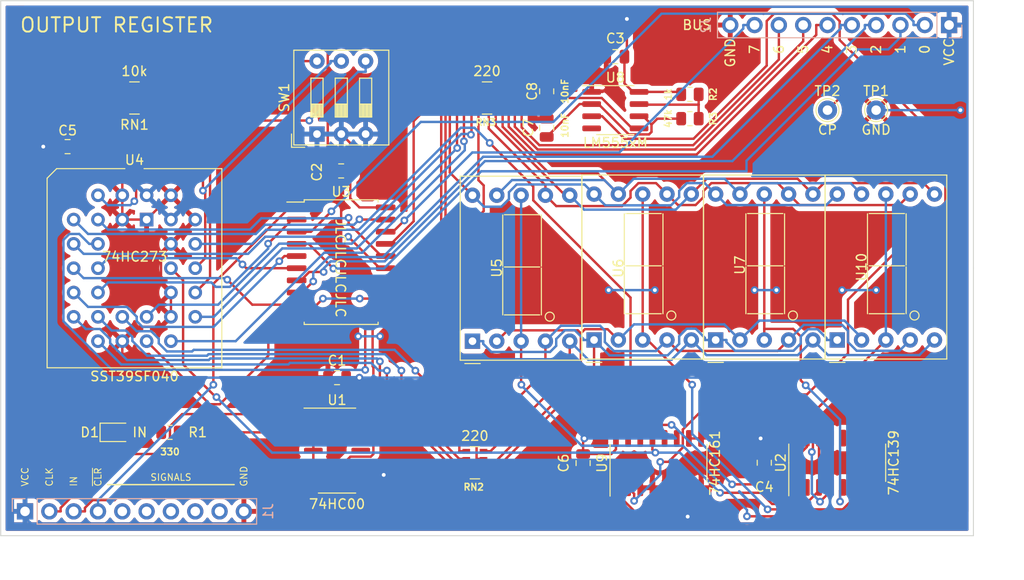
<source format=kicad_pcb>
(kicad_pcb (version 20240108) (generator "pcbnew") (generator_version "8.0")
  (layers (0 "F.Cu" signal) (31 "B.Cu" signal) (34 "B.Paste" user) (35 "F.Paste" user) (36 "B.SilkS" user "B.Silkscreen") (37 "F.SilkS" user "F.Silkscreen") (38 "B.Mask" user) (39 "F.Mask" user) (44 "Edge.Cuts" user))
  (net 0 "")
  (net 1 "VCC")
  (net 2 "GND")
  (net 3 "Net-(D1-Pad2)")
  (net 4 "Net-(C7-Pad2)")
  (net 5 "Net-(C8-Pad2)")
  (net 11 "Net-(R2-Pad2)")
  (net 12 "P3")
  (net 13 "P2")
  (net 14 "P1")
  (net 15 "P0")
  (net 16 "P7")
  (net 17 "P6")
  (net 18 "P5")
  (net 19 "CLK")
  (net 20 "IN")
  (net 21 "P4")
  (net 23 "S0")
  (net 24 "S1")
  (net 25 "SDD0")
  (net 26 "Net-(U1-Pad3)")
  (net 27 "Net-(U1-Pad6)")
  (net 28 "SDD1")
  (net 30 "~{CLR}")
  (net 31 "SDD2")
  (net 36 "L0")
  (net 37 "L1")
  (net 38 "L2")
  (net 39 "L3")
  (net 40 "L4")
  (net 41 "L5")
  (net 42 "L6")
  (net 43 "L7")
  (net 44 "SDD3")
  (net 45 "M2")
  (net 46 "M0")
  (net 47 "M1")
  (net 48 "Net-(U8-Pad3)")
  (net 50 "/D0")
  (net 51 "/D1")
  (net 52 "/D2")
  (net 53 "/D3")
  (net 54 "/D4")
  (net 55 "/D5")
  (net 56 "/D6")
  (net 57 "/D7")
  (net 58 "Q0")
  (net 59 "Q1")
  (net 60 "Q2")
  (net 61 "Q3")
  (net 62 "Q4")
  (net 63 "Q5")
  (net 64 "Q6")
  (net 65 "Q7")
  (footprint "Display_7Segment:D1X8K" (layer "F.Cu") (at 72.136 50.8 90)
    (property "Reference" "U5")
    (property "Value" "D168K")
  )
  (footprint "Package_SO:SO-16_3.9x9.9mm_P1.27mm" (layer "F.Cu") (at 110.236 63.5 90)
    (property "Reference" "U2")
    (property "Value" "74HC139")
  )
  (footprint "Package_SO:SOIC-8_3.9x4.9mm_P1.27mm" (layer "F.Cu") (at 87.06 26.67)
    (property "Reference" "U8")
    (property "Value" "LM555xM")
  )
  (footprint "Capacitor_SMD:C_0805_2012Metric" (layer "F.Cu") (at 83.693 63.535 -90)
    (property "Reference" "C6")
    (property "Value" "C")
  )
  (footprint "Package_LCC:PLCC-32_THT-Socket" (layer "F.Cu") (at 38.1 38.1)
    (property "Reference" "U4")
    (property "Value" "SST39SF040")
  )
  (footprint "Resistor_SMD:R_0805_2012Metric" (layer "F.Cu") (at 94.8495 27.559 180)
    (property "Reference" "R3")
    (property "Value" "47k")
  )
  (footprint "Capacitor_SMD:C_0805_2012Metric" (layer "F.Cu") (at 79.887 24.704 -90)
    (property "Reference" "C8")
    (property "Value" "10nF")
  )
  (footprint "Resistor_SMD:R_0805_2012Metric" (layer "F.Cu") (at 40.538 60.325 180)
    (property "Reference" "R1")
    (property "Value" "330")
  )
  (footprint "Capacitor_SMD:C_0805_2012Metric" (layer "F.Cu") (at 87.06 21.082 180)
    (property "Reference" "C3")
    (property "Value" "C")
  )
  (footprint "LED_SMD:LED_0805_2012Metric" (layer "F.Cu") (at 34.925 60.325)
    (property "Reference" "D1")
    (property "Value" "IN")
  )
  (footprint "Resistor_SMD:R_Array_Convex_4x0603" (layer "F.Cu") (at 73.66 25.4 180)
    (property "Reference" "RN3")
    (property "Value" "220")
  )
  (footprint "Resistor_SMD:R_Array_Convex_4x0603" (layer "F.Cu") (at 36.83 25.4 180)
    (property "Reference" "RN1")
    (property "Value" "10k")
  )
  (footprint "Display_7Segment:D1X8K" (layer "F.Cu") (at 84.836 50.6775 90)
    (property "Reference" "U6")
    (property "Value" "D168K")
  )
  (footprint "Resistor_SMD:R_0805_2012Metric" (layer "F.Cu") (at 94.8495 25.019)
    (property "Reference" "R2")
    (property "Value" "1k")
  )
  (footprint "Capacitor_SMD:C_0805_2012Metric" (layer "F.Cu") (at 57.99 54.61 180)
    (property "Reference" "C1")
    (property "Value" "C")
  )
  (footprint "Package_SO:SO-16_3.9x9.9mm_P1.27mm" (layer "F.Cu") (at 91.567 63.535 90)
    (property "Reference" "U9")
    (property "Value" "74HC161")
  )
  (footprint "Capacitor_SMD:C_0805_2012Metric" (layer "F.Cu") (at 79.887 28.519 -90)
    (property "Reference" "C7")
    (property "Value" "10nF")
  )
  (footprint "Package_SO:SO-14_3.9x8.65mm_P1.27mm" (layer "F.Cu") (at 57.99 62.23)
    (property "Reference" "U1")
    (property "Value" "74HC00")
  )
  (footprint "Capacitor_SMD:C_0805_2012Metric" (layer "F.Cu") (at 102.616 63.5 -90)
    (property "Reference" "C4")
    (property "Value" "C")
  )
  (footprint "TestPoint:TestPoint_THTPad_D2.0mm_Drill1.0mm" (layer "F.Cu") (at 114.3 26.67)
    (property "Reference" "TP1")
    (property "Value" "GND")
  )
  (footprint "TestPoint:TestPoint_THTPad_D2.0mm_Drill1.0mm" (layer "F.Cu") (at 109.22 26.67)
    (property "Reference" "TP2")
    (property "Value" "CP")
  )
  (footprint "Display_7Segment:D1X8K" (layer "F.Cu") (at 97.536 50.6775 90)
    (property "Reference" "U7")
    (property "Value" "D168K")
  )
  (footprint "Capacitor_SMD:C_0805_2012Metric" (layer "F.Cu") (at 58.42 33.02 180)
    (property "Reference" "C2")
    (property "Value" "C")
  )
  (footprint "Package_SO:SOIC-20W_7.5x12.8mm_P1.27mm" (layer "F.Cu") (at 58.42 42.545)
    (property "Reference" "U3")
    (property "Value" "74HC273")
  )
  (footprint "Display_7Segment:D1X8K" (layer "F.Cu") (at 110.236 50.6775 90)
    (property "Reference" "U10")
    (property "Value" "D168K")
  )
  (footprint "Resistor_SMD:R_Array_Convex_4x0603" (layer "F.Cu") (at 72.39 63.5 180)
    (property "Reference" "RN2")
    (property "Value" "220")
  )
  (footprint "Button_Switch_THT:SW_DIP_SPSTx03_Slide_9.78x9.8mm_W7.62mm_P2.54mm" (layer "F.Cu") (at 55.895 29.1675 90)
    (property "Reference" "SW1")
    (property "Value" "SW_DIP_x03")
  )
  (footprint "Capacitor_SMD:C_0805_2012Metric" (layer "F.Cu") (at 29.845 30.48)
    (property "Reference" "C5")
    (property "Value" "C")
  )
  (footprint "Connector_PinHeader_2.54mm:PinHeader_1x10_P2.54mm_Vertical" (layer "B.Cu") (at 121.92 17.78 90)
    (property "Reference" "J2")
    (property "Value" "BUS")
  )
  (footprint "Connector_PinHeader_2.54mm:PinHeader_1x10_P2.54mm_Vertical" (layer "B.Cu") (at 25.4 68.58 -90)
    (property "Reference" "J1")
    (property "Value" "SIGNALS")
  )
  (gr_line (start 34.036 65.786) (end 47.244 65.786) (stroke (width 0.15)) (layer "F.SilkS"))
  (gr_line (start 22.86 15.24) (end 124.46 15.24) (stroke (width 0.1)) (layer "Edge.Cuts"))
  (gr_line (start 124.46 71.12) (end 22.86 71.12) (stroke (width 0.1)) (layer "Edge.Cuts"))
  (gr_line (start 22.86 43.18) (end 22.86 15.24) (stroke (width 0.1)) (layer "Edge.Cuts"))
  (gr_line (start 22.86 43.18) (end 22.86 71.12) (stroke (width 0.1)) (layer "Edge.Cuts"))
  (gr_line (start 124.46 43.18) (end 124.46 71.12) (stroke (width 0.1)) (layer "Edge.Cuts"))
  (gr_line (start 124.46 15.24) (end 124.46 43.18) (stroke (width 0.1)) (layer "Edge.Cuts"))
  (gr_text "JLCJLCJLCJLC" (at 58.342 43.18 270) (layer "F.SilkS") (effects (font (size 1 1))))
  (gr_text "IN" (at 30.48 66.04 90) (layer "F.SilkS") (effects (font (size 0.7 0.7) (thickness 0.1)) (justify left)))
  (gr_text "CLK" (at 27.94 66.04 90) (layer "F.SilkS") (effects (font (size 0.7 0.7) (thickness 0.1)) (justify left)))
  (gr_text "7" (at 101.6 20.32 90) (layer "F.SilkS") (effects (font (size 1 1))))
  (gr_text "4" (at 109.22 20.32 90) (layer "F.SilkS") (effects (font (size 1 1))))
  (gr_text "VCC" (at 25.4 66.04 90) (layer "F.SilkS") (effects (font (size 0.7 0.7) (thickness 0.1)) (justify left)))
  (gr_text "GND" (at 48.26 66.04 90) (layer "F.SilkS") (effects (font (size 0.7 0.7) (thickness 0.1)) (justify left)))
  (gr_text "~{CLR}" (at 33.02 66.04 90) (layer "F.SilkS") (effects (font (size 0.7 0.7) (thickness 0.1)) (justify left)))
  (gr_text "6" (at 104.14 20.32 90) (layer "F.SilkS") (effects (font (size 1 1))))
  (gr_text "VCC" (at 121.92 19.05 90) (layer "F.SilkS") (effects (font (size 1 1)) (justify right)))
  (gr_text "3" (at 111.76 20.32 90) (layer "F.SilkS") (effects (font (size 1 1))))
  (gr_text "OUTPUT REGISTER" (at 24.765 17.78 0) (layer "F.SilkS") (effects (font (size 1.5 1.5) (thickness 0.2)) (justify left)))
  (gr_text "5" (at 106.68 20.32 90) (layer "F.SilkS") (effects (font (size 1 1))))
  (gr_text "GND" (at 99.06 19.05 90) (layer "F.SilkS") (effects (font (size 1 1)) (justify right)))
  (gr_text "0" (at 119.38 20.32 90) (layer "F.SilkS") (effects (font (size 1 1))))
  (gr_text "2" (at 114.3 20.32 90) (layer "F.SilkS") (effects (font (size 1 1))))
  (gr_text "1" (at 116.84 20.32 90) (layer "F.SilkS") (effects (font (size 1 1))))
  (segment (start 59.37 30.1025) (end 58.435 29.1675) (width 0.25) (layer "F.Cu") (net 1))
  (segment (start 105.791 61.849) (end 105.791 60.925) (width 0.25) (layer "F.Cu") (net 1))
  (segment (start 59.055 58.42) (end 60.465 58.42) (width 0.25) (layer "F.Cu") (net 1))
  (segment (start 96.012 60.96) (end 102.235 60.96) (width 0.25) (layer "F.Cu") (net 1))
  (segment (start 83.693 62.585) (end 86.64 62.585) (width 0.25) (layer "F.Cu") (net 1))
  (segment (start 105.09 62.55) (end 105.791 61.849) (width 0.25) (layer "F.Cu") (net 1))
  (segment (start 88.01 23.875) (end 88.01 21.082) (width 0.25) (layer "F.Cu") (net 1))
  (segment (start 83.693 62.585) (end 83.693 61.087) (width 0.25) (layer "F.Cu") (net 1))
  (segment (start 60.325 36.83) (end 59.37 35.875) (width 0.25) (layer "F.Cu") (net 1))
  (segment (start 93.683 24.765) (end 93.937 25.019) (width 0.25) (layer "F.Cu") (net 1))
  (segment (start 106.36 62.55) (end 107.061 61.849) (width 0.25) (layer "F.Cu") (net 1))
  (segment (start 60.465 64.77) (end 60.465 63.5) (width 0.25) (layer "F.Cu") (net 1))
  (segment (start 83.693 61.087) (end 83.82 60.96) (width 0.25) (layer "F.Cu") (net 1))
  (segment (start 89.6161 69.125) (end 94.6155 69.125) (width 0.25) (layer "F.Cu") (net 1))
  (segment (start 86.64 62.585) (end 87.122 62.103) (width 0.25) (layer "F.Cu") (net 1))
  (segment (start 94.742 68.9985) (end 94.6155 69.125) (width 0.25) (layer "F.Cu") (net 1))
  (segment (start 27.305 30.48) (end 28.895 30.48) (width 0.25) (layer "F.Cu") (net 1))
  (segment (start 87.122 62.103) (end 87.122 60.96) (width 0.25) (layer "F.Cu") (net 1))
  (segment (start 105.09 62.55) (end 106.36 62.55) (width 0.25) (layer "F.Cu") (net 1))
  (segment (start 59.37 35.875) (end 59.37 33.02) (width 0.25) (layer "F.Cu") (net 1))
  (segment (start 58.94 58.305) (end 59.055 58.42) (width 0.25) (layer "F.Cu") (net 1))
  (segment (start 63.07 36.83) (end 60.325 36.83) (width 0.25) (layer "F.Cu") (net 1))
  (segment (start 87.122 66.11) (end 87.122 66.6309) (width 0.25) (layer "F.Cu") (net 1))
  (segment (start 107.061 61.849) (end 107.061 60.925) (width 0.25) (layer "F.Cu") (net 1))
  (segment (start 102.616 62.55) (end 102.616 61.341) (width 0.25) (layer "F.Cu") (net 1))
  (segment (start 58.94 54.61) (end 58.94 58.305) (width 0.25) (layer "F.Cu") (net 1))
  (segment (start 60.325 54.61) (end 58.94 54.61) (width 0.25) (layer "F.Cu") (net 1))
  (segment (start 102.616 62.55) (end 105.09 62.55) (width 0.25) (layer "F.Cu") (net 1))
  (segment (start 59.37 33.02) (end 59.37 30.1025) (width 0.25) (layer "F.Cu") (net 1))
  (segment (start 87.122 66.6309) (end 89.6161 69.125) (width 0.25) (layer "F.Cu") (net 1))
  (segment (start 102.616 61.341) (end 102.235 60.96) (width 0.25) (layer "F.Cu") (net 1))
  (segment (start 94.742 60.96) (end 96.012 60.96) (width 0.25) (layer "F.Cu") (net 1))
  (segment (start 88.9 24.765) (end 88.01 23.875) (width 0.25) (layer "F.Cu") (net 1))
  (segment (start 88.265 17.145) (end 88.265 20.827) (width 0.25) (layer "F.Cu") (net 1))
  (segment (start 94.6155 69.125) (end 94.615 69.1255) (width 0.25) (layer "F.Cu") (net 1))
  (segment (start 88.265 20.827) (end 88.01 21.082) (width 0.25) (layer "F.Cu") (net 1))
  (segment (start 94.742 66.11) (end 94.742 68.9985) (width 0.25) (layer "F.Cu") (net 1))
  (segment (start 89.535 24.765) (end 88.9 24.765) (width 0.25) (layer "F.Cu") (net 1))
  (segment (start 89.535 24.765) (end 93.683 24.765) (width 0.25) (layer "F.Cu") (net 1))
  (segment (start 60.465 64.77) (end 62.865 64.77) (width 0.25) (layer "F.Cu") (net 1))
  (via (at 94.615 69.1255) (size 0.8) (drill 0.4) (layers "F.Cu" "B.Cu") (net 1))
  (via (at 88.265 17.145) (size 0.8) (drill 0.4) (layers "F.Cu" "B.Cu") (net 1))
  (via (at 102.235 60.96) (size 0.8) (drill 0.4) (layers "F.Cu" "B.Cu") (net 1))
  (via (at 62.865 64.77) (size 0.8) (drill 0.4) (layers "F.Cu" "B.Cu") (net 1))
  (via (at 60.325 54.61) (size 0.8) (drill 0.4) (layers "F.Cu" "B.Cu") (net 1))
  (via (at 27.305 30.48) (size 0.8) (drill 0.4) (layers "F.Cu" "B.Cu") (net 1))
  (via (at 83.82 60.96) (size 0.8) (drill 0.4) (layers "F.Cu" "B.Cu") (net 1))
  (segment (start 26.035 69.85) (end 25.4 69.215) (width 0.25) (layer "B.Cu") (net 1))
  (segment (start 105.41 69.215) (end 105.41 69.85) (width 0.25) (layer "B.Cu") (net 1))
  (segment (start 102.87 66.675) (end 105.41 69.215) (width 0.25) (layer "B.Cu") (net 1))
  (segment (start 102.235 60.96) (end 102.235 66.675) (width 0.25) (layer "B.Cu") (net 1))
  (segment (start 105.41 69.85) (end 93.98 69.85) (width 0.25) (layer "B.Cu") (net 1))
  (segment (start 25.4 15.875) (end 63.5 15.875) (width 0.25) (layer "B.Cu") (net 1))
  (segment (start 27.305 30.48) (end 30.48 33.655) (width 0.25) (layer "B.Cu") (net 1))
  (segment (start 25.4 69.215) (end 25.4 68.58) (width 0.25) (layer "B.Cu") (net 1))
  (segment (start 24.13 17.145) (end 25.4 15.875) (width 0.25) (layer "B.Cu") (net 1))
  (segment (start 63.5 28.575) (end 63.5 15.875) (width 0.25) (layer "B.Cu") (net 1))
  (segment (start 93.98 69.85) (end 62.865 69.85) (width 0.25) (layer "B.Cu") (net 1))
  (segment (start 62.865 64.77) (end 62.865 69.85) (width 0.25) (layer "B.Cu") (net 1))
  (segment (start 24.13 54.61) (end 24.13 30.48) (width 0.25) (layer "B.Cu") (net 1))
  (segment (start 38.1 35.56) (end 40.64 38.1) (width 0.25) (layer "B.Cu") (net 1))
  (segment (start 26.035 69.85) (end 24.13 69.85) (width 0.25) (layer "B.Cu") (net 1))
  (segment (start 58.435 29.1675) (end 60.975 29.1675) (width 0.25) (layer "B.Cu") (net 1))
  (segment (start 30.48 33.655) (end 36.195 33.655) (width 0.25) (layer "B.Cu") (net 1))
  (segment (start 102.235 66.675) (end 102.87 66.675) (width 0.25) (layer "B.Cu") (net 1))
  (segment (start 55.895 29.1675) (end 58.435 29.1675) (width 0.25) (layer "B.Cu") (net 1))
  (segment (start 62.9075 29.1675) (end 63.5 28.575) (width 0.25) (layer "B.Cu") (net 1))
  (segment (start 123.825 19.05) (end 123.825 54.61) (width 0.25) (layer "B.Cu") (net 1))
  (segment (start 83.82 55.88) (end 83.82 60.96) (width 0.25) (layer "B.Cu") (net 1))
  (segment (start 122.555 69.85) (end 105.41 69.85) (width 0.25) (layer "B.Cu") (net 1))
  (segment (start 86.36 15.875) (end 86.995 15.875) (width 0.25) (layer "B.Cu") (net 1))
  (segment (start 86.995 15.875) (end 123.19 15.875) (width 0.25) (layer "B.Cu") (net 1))
  (segment (start 82.55 54.61) (end 102.235 54.61) (width 0.25) (layer "B.Cu") (net 1))
  (segment (start 24.13 69.85) (end 24.13 54.61) (width 0.25) (layer "B.Cu") (net 1))
  (segment (start 102.235 54.61) (end 123.825 54.61) (width 0.25) (layer "B.Cu") (net 1))
  (segment (start 86.995 15.875) (end 88.265 17.145) (width 0.25) (layer "B.Cu") (net 1))
  (segment (start 36.195 33.655) (end 38.1 35.56) (width 0.25) (layer "B.Cu") (net 1))
  (segment (start 123.825 54.61) (end 123.825 68.58) (width 0.25) (layer "B.Cu") (net 1))
  (segment (start 123.19 15.875) (end 123.825 16.51) (width 0.25) (layer "B.Cu") (net 1))
  (segment (start 123.19 17.78) (end 123.825 18.415) (width 0.25) (layer "B.Cu") (net 1))
  (segment (start 24.13 30.48) (end 27.305 30.48) (width 0.25) (layer "B.Cu") (net 1))
  (segment (start 60.325 54.61) (end 82.55 54.61) (width 0.25) (layer "B.Cu") (net 1))
  (segment (start 60.975 29.1675) (end 62.9075 29.1675) (width 0.25) (layer "B.Cu") (net 1))
  (segment (start 63.5 15.875) (end 86.36 15.875) (width 0.25) (layer "B.Cu") (net 1))
  (segment (start 86.36 15.875) (end 86.995 15.875) (width 0.25) (layer "B.Cu") (net 1))
  (segment (start 62.865 69.85) (end 26.035 69.85) (width 0.25) (layer "B.Cu") (net 1))
  (segment (start 94.615 69.215) (end 93.98 69.85) (width 0.25) (layer "B.Cu") (net 1))
  (segment (start 123.825 16.51) (end 123.825 18.415) (width 0.25) (layer "B.Cu") (net 1))
  (segment (start 94.615 69.1255) (end 94.615 69.215) (width 0.25) (layer "B.Cu") (net 1))
  (segment (start 123.825 68.58) (end 122.555 69.85) (width 0.25) (layer "B.Cu") (net 1))
  (segment (start 121.92 17.78) (end 123.19 17.78) (width 0.25) (layer "B.Cu") (net 1))
  (segment (start 123.825 18.415) (end 123.825 19.05) (width 0.25) (layer "B.Cu") (net 1))
  (segment (start 82.55 54.61) (end 83.82 55.88) (width 0.25) (layer "B.Cu") (net 1))
  (segment (start 123.825 18.415) (end 123.825 19.05) (width 0.25) (layer "B.Cu") (net 1))
  (segment (start 24.13 54.61) (end 60.325 54.61) (width 0.25) (layer "B.Cu") (net 1))
  (segment (start 24.13 30.48) (end 24.13 17.145) (width 0.25) (layer "B.Cu") (net 1))
  (segment (start 102.235 60.96) (end 102.235 54.61) (width 0.25) (layer "B.Cu") (net 1))
  (segment (start 23.495 27.305) (end 29.845 27.305) (width 0.25) (layer "F.Cu") (net 2))
  (segment (start 95.6 64.485) (end 96.012 64.897) (width 0.25) (layer "F.Cu") (net 2))
  (segment (start 56.5817 64.135) (end 54.4222 64.135) (width 0.25) (layer "F.Cu") (net 2))
  (segment (start 99.06 16.51) (end 99.06 17.78) (width 0.25) (layer "F.Cu") (net 2))
  (segment (start 80.518 21.082) (end 86.11 21.082) (width 0.25) (layer "F.Cu") (net 2))
  (segment (start 48.26 68.58) (end 52.07 68.58) (width 0.25) (layer "F.Cu") (net 2))
  (segment (start 35.93 25) (end 35.93 25.8) (width 0.25) (layer "F.Cu") (net 2))
  (segment (start 58.42 50.292) (end 60.198 50.292) (width 0.25) (layer "F.Cu") (net 2))
  (segment (start 99.695 15.875) (end 99.06 16.51) (width 0.25) (layer "F.Cu") (net 2))
  (segment (start 108.905 64.45) (end 113.98 64.45) (width 0.25) (layer "F.Cu") (net 2))
  (segment (start 57.02 32.57) (end 57.47 33.02) (width 0.25) (layer "F.Cu") (net 2))
  (segment (start 95.6 64.485) (end 102.581 64.485) (width 0.25) (layer "F.Cu") (net 2))
  (segment (start 108.27 64.45) (end 108.905 64.45) (width 0.25) (layer "F.Cu") (net 2))
  (segment (start 108.331 64.389) (end 108.331 60.925) (width 0.25) (layer "F.Cu") (net 2))
  (segment (start 57.785 60.96) (end 57.04 60.215) (width 0.25) (layer "F.Cu") (net 2))
  (segment (start 78.105 24.13) (end 78.481 23.754) (width 0.25) (layer "F.Cu") (net 2))
  (segment (start 105.09 64.45) (end 108.27 64.45) (width 0.25) (layer "F.Cu") (net 2))
  (segment (start 57.04 65.93) (end 56.93 66.04) (width 0.25) (layer "F.Cu") (net 2))
  (segment (start 57.04 63.6767) (end 57.04 65.93) (width 0.25) (layer "F.Cu") (net 2))
  (segment (start 35.56 35.56) (end 35.56 38.1) (width 0.25) (layer "F.Cu") (net 2))
  (segment (start 60.465 60.96) (end 57.785 60.96) (width 0.25) (layer "F.Cu") (net 2))
  (segment (start 39.6038 44.6838) (end 40.64 45.72) (width 0.25) (layer "F.Cu") (net 2))
  (segment (start 83.185 69.85) (end 83.693 69.342) (width 0.25) (layer "F.Cu") (net 2))
  (segment (start 35.56 32.385) (end 35.56 35.56) (width 0.25) (layer "F.Cu") (net 2))
  (segment (start 113.98 64.45) (end 114.681 65.151) (width 0.25) (layer "F.Cu") (net 2))
  (segment (start 71.374 45.466) (end 86.36 45.466) (width 0.25) (layer "F.Cu") (net 2))
  (segment (start 23.495 60.96) (end 23.495 69.85) (width 0.25) (layer "F.Cu") (net 2))
  (segment (start 102.616 64.45) (end 105.09 64.45) (width 0.25) (layer "F.Cu") (net 2))
  (segment (start 123.825 64.135) (end 123.825 45.847) (width 0.25) (layer "F.Cu") (net 2))
  (segment (start 62.484 50.292) (end 66.294 50.292) (width 0.25) (layer "F.Cu") (net 2))
  (segment (start 58.42 53.23) (end 58.42 50.292) (width 0.25) (layer "F.Cu") (net 2))
  (segment (start 102.581 64.485) (end 102.616 64.45) (width 0.25) (layer "F.Cu") (net 2))
  (segment (start 92.202 66.11) (end 93.472 66.11) (width 0.25) (layer "F.Cu") (net 2))
  (segment (start 35.56 53.975) (end 35.56 50.8) (width 0.25) (layer "F.Cu") (net 2))
  (segment (start 78.481 23.754) (end 79.887 23.754) (width 0.25) (layer "F.Cu") (net 2))
  (segment (start 33.9875 60.325) (end 33.9875 55.5475) (width 0.25) (layer "F.Cu") (net 2))
  (segment (start 79.887 23.754) (end 79.887 21.713) (width 0.25) (layer "F.Cu") (net 2))
  (segment (start 57.47 35.88) (end 58.42 36.83) (width 0.25) (layer "F.Cu") (net 2))
  (segment (start 39.6038 49.2962) (end 40.64 48.26) (width 0.25) (layer "F.Cu") (net 2))
  (segment (start 108.27 64.45) (end 108.331 64.389) (width 0.25) (layer "F.Cu") (net 2))
  (segment (start 35.56 38.1) (end 38.1 38.1) (width 0.25) (layer "F.Cu") (net 2))
  (segment (start 82.55 69.85) (end 83.185 69.85) (width 0.25) (layer "F.Cu") (net 2))
  (segment (start 123.825 68.58) (end 123.825 64.135) (width 0.25) (layer "F.Cu") (net 2))
  (segment (start 79.004 27.569) (end 78.105 26.67) (width 0.25) (layer "F.Cu") (net 2))
  (segment (start 109.601 63.754) (end 108.905 64.45) (width 0.25) (layer "F.Cu") (net 2))
  (segment (start 123.825 45.847) (end 123.825 26.67) (width 0.25) (layer "F.Cu") (net 2))
  (segment (start 56.93 66.04) (end 55.515 66.04) (width 0.25) (layer "F.Cu") (net 2))
  (segment (start 89.662 66.11) (end 90.932 66.11) (width 0.25) (layer "F.Cu") (net 2))
  (segment (start 33.9875 55.5475) (end 35.56 53.975) (width 0.25) (layer "F.Cu") (net 2))
  (segment (start 24.13 60.325) (end 23.495 60.96) (width 0.25) (layer "F.Cu") (net 2))
  (segment (start 40.64 48.26) (end 40.64 45.72) (width 0.25) (layer "F.Cu") (net 2))
  (segment (start 36.83 15.875) (end 35.93 16.775) (width 0.25) (layer "F.Cu") (net 2))
  (segment (start 79.887 21.713) (end 80.518 21.082) (width 0.25) (layer "F.Cu") (net 2))
  (segment (start 82.55 69.85) (end 83.185 69.85) (width 0.25) (layer "F.Cu") (net 2))
  (segment (start 56.515 15.875) (end 57.02 16.38) (width 0.25) (layer "F.Cu") (net 2))
  (segment (start 33.9875 60.325) (end 24.13 60.325) (width 0.25) (layer "F.Cu") (net 2))
  (segment (start 96.012 64.897) (end 96.012 66.11) (width 0.25) (layer "F.Cu") (net 2))
  (segment (start 57.04 54.61) (end 57.04 59.165) (width 0.25) (layer "F.Cu") (net 2))
  (segment (start 52.07 68.58) (end 53.34 69.85) (width 0.25) (layer "F.Cu") (net 2))
  (segment (start 89.662 64.897) (end 89.662 66.11) (width 0.25) (layer "F.Cu") (net 2))
  (segment (start 123.444 45.466) (end 123.825 45.847) (width 0.25) (layer "F.Cu") (net 2))
  (segment (start 53.34 69.85) (end 53.975 69.85) (width 0.25) (layer "F.Cu") (net 2))
  (segment (start 83.693 64.485) (end 89.25 64.485) (width 0.25) (layer "F.Cu") (net 2))
  (segment (start 53.34 69.85) (end 53.975 69.85) (width 0.25) (layer "F.Cu") (net 2))
  (segment (start 57.02 16.38) (end 57.02 32.57) (width 0.25) (layer "F.Cu") (net 2))
  (segment (start 57.785 48.26) (end 53.77 48.26) (width 0.25) (layer "F.Cu") (net 2))
  (segment (start 86.11 16.895) (end 86.11 21.082) (width 0.25) (layer "F.Cu") (net 2))
  (segment (start 57.565 59.69) (end 57.04 59.165) (width 0.25) (layer "F.Cu") (net 2))
  (segment (start 24.765 15.875) (end 23.495 17.145) (width 0.25) (layer "F.Cu") (net 2))
  (segment (start 57.04 54.61) (end 58.42 53.23) (width 0.25) (layer "F.Cu") (net 2))
  (segment (start 23.495 27.305) (end 23.495 60.96) (width 0.25) (layer "F.Cu") (net 2))
  (segment (start 40.64 35.56) (end 43.18 38.1) (width 0.25) (layer "F.Cu") (net 2))
  (segment (start 105.09 64.45) (end 105.791 65.151) (width 0.25) (layer "F.Cu") (net 2))
  (segment (start 29.845 27.305) (end 30.795 28.255) (width 0.25) (layer "F.Cu") (net 2))
  (segment (start 89.25 64.485) (end 89.662 64.897) (width 0.25) (layer "F.Cu") (net 2))
  (segment (start 53.975 69.85) (end 82.55 69.85) (width 0.25) (layer "F.Cu") (net 2))
  (segment (start 91.186 45.466) (end 101.6 45.466) (width 0.25) (layer "F.Cu") (net 2))
  (segment (start 36.83 15.875) (end 24.765 15.875) (width 0.25) (layer "F.Cu") (net 2))
  (segment (start 103.886 45.466) (end 110.744 45.466) (width 0.25) (layer "F.Cu") (net 2))
  (segment (start 85.09 15.875) (end 56.515 15.875) (width 0.25) (layer "F.Cu") (net 2))
  (segment (start 108.905 64.45) (end 108.27 64.45) (width 0.25) (layer "F.Cu") (net 2))
  (segment (start 114.3 45.466) (end 123.444 45.466) (width 0.25) (layer "F.Cu") (net 2))
  (segment (start 86.11 24.38) (end 85.725 24.765) (width 0.25) (layer "F.Cu") (net 2))
  (segment (start 43.18 38.1) (end 40.64 40.64) (width 0.25) (layer "F.Cu") (net 2))
  (segment (start 86.11 21.082) (end 86.11 24.38) (width 0.25) (layer "F.Cu") (net 2))
  (segment (start 113.98 64.45) (end 123.51 64.45) (width 0.25) (layer "F.Cu") (net 2))
  (segment (start 123.825 16.51) (end 123.19 15.875) (width 0.25) (layer "F.Cu") (net 2))
  (segment (start 123.19 15.875) (end 99.695 15.875) (width 0.25) (layer "F.Cu") (net 2))
  (segment (start 60.465 59.69) (end 57.565 59.69) (width 0.25) (layer "F.Cu") (net 2))
  (segment (start 79.887 27.569) (end 79.004 27.569) (width 0.25) (layer "F.Cu") (net 2))
  (segment (start 35.93 24.2) (end 35.93 25) (width 0.25) (layer "F.Cu") (net 2))
  (segment (start 58.42 47.625) (end 57.785 48.26) (width 0.25) (layer "F.Cu") (net 2))
  (segment (start 35.56 50.8) (end 37.0638 49.2962) (width 0.25) (layer "F.Cu") (net 2))
  (segment (start 38.1 38.1) (end 40.64 35.56) (width 0.25) (layer "F.Cu") (net 2))
  (segment (start 39.6038 41.6762) (end 39.6038 44.6838) (width 0.25) (layer "F.Cu") (net 2))
  (segment (start 83.693 69.342) (end 83.693 64.485) (width 0.25) (layer "F.Cu") (net 2))
  (segment (start 109.601 60.925) (end 109.601 63.754) (width 0.25) (layer "F.Cu") (net 2))
  (segment (start 89.25 64.485) (end 95.6 64.485) (width 0.25) (layer "F.Cu") (net 2))
  (segment (start 52.07 66.4872) (end 52.07 68.58) (width 0.25) (layer "F.Cu") (net 2))
  (segment (start 23.495 17.145) (end 23.495 27.305) (width 0.25) (layer "F.Cu") (net 2))
  (segment (start 30.795 28.255) (end 30.795 30.48) (width 0.25) (layer "F.Cu") (net 2))
  (segment (start 85.725 24.765) (end 84.585 24.765) (width 0.25) (layer "F.Cu") (net 2))
  (segment (start 57.04 59.165) (end 57.04 60.215) (width 0.25) (layer "F.Cu") (net 2))
  (segment (start 30.795 30.48) (end 33.655 30.48) (width 0.25) (layer "F.Cu") (net 2))
  (segment (start 123.825 26.67) (end 123.825 16.51) (width 0.25) (layer "F.Cu") (net 2))
  (segment (start 78.105 26.67) (end 78.105 24.13) (width 0.25) (layer "F.Cu") (net 2))
  (segment (start 90.932 66.11) (end 92.202 66.11) (width 0.25) (layer "F.Cu") (net 2))
  (segment (start 40.64 40.64) (end 39.6038 41.6762) (width 0.25) (layer "F.Cu") (net 2))
  (segment (start 66.548 50.292) (end 70.358 46.482) (width 0.25) (layer "F.Cu") (net 2))
  (segment (start 35.93 16.775) (end 35.93 24.2) (width 0.25) (layer "F.Cu") (net 2))
  (segment (start 105.791 65.151) (end 105.791 66.075) (width 0.25) (layer "F.Cu") (net 2))
  (segment (start 23.495 69.85) (end 53.34 69.85) (width 0.25) (layer "F.Cu") (net 2))
  (segment (start 70.358 46.482) (end 71.374 45.466) (width 0.25) (layer "F.Cu") (net 2))
  (segment (start 83.185 69.85) (end 122.555 69.85) (width 0.25) (layer "F.Cu") (net 2))
  (segment (start 57.47 33.02) (end 57.47 35.88) (width 0.25) (layer "F.Cu") (net 2))
  (segment (start 35.93 25.8) (end 35.93 26.6) (width 0.25) (layer "F.Cu") (net 2))
  (segment (start 122.555 69.85) (end 123.825 68.58) (width 0.25) (layer "F.Cu") (net 2))
  (segment (start 56.515 15.875) (end 36.83 15.875) (width 0.25) (layer "F.Cu") (net 2))
  (segment (start 54.4222 64.135) (end 52.07 66.4872) (width 0.25) (layer "F.Cu") (net 2))
  (segment (start 99.695 15.875) (end 85.09 15.875) (width 0.25) (layer "F.Cu") (net 2))
  (segment (start 66.294 50.292) (end 66.548 50.292) (width 0.25) (layer "F.Cu") (net 2))
  (segment (start 33.655 30.48) (end 35.56 32.385) (width 0.25) (layer "F.Cu") (net 2))
  (segment (start 57.04 60.215) (end 57.04 63.6767) (width 0.25) (layer "F.Cu") (net 2))
  (segment (start 123.1005 26.67) (end 123.825 26.67) (width 0.25) (layer "F.Cu") (net 2))
  (segment (start 37.0638 49.2962) (end 39.6038 49.2962) (width 0.25) (layer "F.Cu") (net 2))
  (segment (start 57.04 63.6767) (end 56.5817 64.135) (width 0.25) (layer "F.Cu") (net 2))
  (segment (start 123.51 64.45) (end 123.825 64.135) (width 0.25) (layer "F.Cu") (net 2))
  (segment (start 85.09 15.875) (end 86.11 16.895) (width 0.25) (layer "F.Cu") (net 2))
  (segment (start 114.681 65.151) (end 114.681 66.075) (width 0.25) (layer "F.Cu") (net 2))
  (segment (start 58.42 50.292) (end 58.42 47.625) (width 0.25) (layer "F.Cu") (net 2))
  (segment (start 58.42 36.83) (end 58.42 47.625) (width 0.25) (layer "F.Cu") (net 2))
  (via (at 91.186 45.466) (size 0.8) (drill 0.4) (layers "F.Cu" "B.Cu") (net 2))
  (via (at 101.6 45.466) (size 0.8) (drill 0.4) (layers "F.Cu" "B.Cu") (net 2))
  (via (at 60.198 50.292) (size 0.8) (drill 0.4) (layers "F.Cu" "B.Cu") (net 2))
  (via (at 103.886 45.466) (size 0.8) (drill 0.4) (layers "F.Cu" "B.Cu") (net 2))
  (via (at 114.3 45.466) (size 0.8) (drill 0.4) (layers "F.Cu" "B.Cu") (net 2))
  (via (at 86.36 45.466) (size 0.8) (drill 0.4) (layers "F.Cu" "B.Cu") (net 2))
  (via (at 62.484 50.292) (size 0.8) (drill 0.4) (layers "F.Cu" "B.Cu") (net 2))
  (via (at 110.744 45.466) (size 0.8) (drill 0.4) (layers "F.Cu" "B.Cu") (net 2))
  (via (at 123.1005 26.67) (size 0.8) (drill 0.4) (layers "F.Cu" "B.Cu") (net 2))
  (segment (start 101.6 45.466) (end 103.886 45.466) (width 0.25) (layer "B.Cu") (net 2))
  (segment (start 86.36 45.466) (end 91.186 45.466) (width 0.25) (layer "B.Cu") (net 2))
  (segment (start 114.3 26.67) (end 123.1005 26.67) (width 0.25) (layer "B.Cu") (net 2))
  (segment (start 110.744 45.466) (end 114.3 45.466) (width 0.25) (layer "B.Cu") (net 2))
  (segment (start 60.198 50.292) (end 62.484 50.292) (width 0.25) (layer "B.Cu") (net 2))
  (segment (start 35.8625 60.325) (end 39.6255 60.325) (width 0.25) (layer "F.Cu") (net 3))
  (segment (start 90.836 28.1743) (end 89.9667 27.305) (width 0.25) (layer "F.Cu") (net 4))
  (segment (start 85.2933 26.035) (end 88.4627 29.2044) (width 0.25) (layer "F.Cu") (net 4))
  (segment (start 88.4627 29.2044) (end 90.5785 29.2044) (width 0.25) (layer "F.Cu") (net 4))
  (segment (start 90.5785 29.2044) (end 90.836 28.9469) (width 0.25) (layer "F.Cu") (net 4))
  (segment (start 91.4513 27.559) (end 90.836 28.1743) (width 0.25) (layer "F.Cu") (net 4))
  (segment (start 89.9667 27.305) (end 89.535 27.305) (width 0.25) (layer "F.Cu") (net 4))
  (segment (start 83.321 26.035) (end 84.585 26.035) (width 0.25) (layer "F.Cu") (net 4))
  (segment (start 84.585 26.035) (end 85.2933 26.035) (width 0.25) (layer "F.Cu") (net 4))
  (segment (start 90.836 28.9469) (end 90.836 28.1743) (width 0.25) (layer "F.Cu") (net 4))
  (segment (start 93.937 27.559) (end 91.4513 27.559) (width 0.25) (layer "F.Cu") (net 4))
  (segment (start 79.887 29.469) (end 83.321 26.035) (width 0.25) (layer "F.Cu") (net 4))
  (segment (start 79.887 25.654) (end 80.141 25.4) (width 0.25) (layer "F.Cu") (net 5))
  (segment (start 85.6384 25.4) (end 88.8134 28.575) (width 0.25) (layer "F.Cu") (net 5))
  (segment (start 80.141 25.4) (end 85.6384 25.4) (width 0.25) (layer "F.Cu") (net 5))
  (segment (start 88.8134 28.575) (end 89.535 28.575) (width 0.25) (layer "F.Cu") (net 5))
  (segment (start 95.762 26.0985) (end 89.5985 26.0985) (width 0.25) (layer "F.Cu") (net 11))
  (segment (start 95.762 26.0985) (end 95.762 27.559) (width 0.25) (layer "F.Cu") (net 11))
  (segment (start 95.762 25.019) (end 95.762 26.0985) (width 0.25) (layer "F.Cu") (net 11))
  (segment (start 89.5985 26.0985) (end 89.535 26.035) (width 0.25) (layer "F.Cu") (net 11))
  (segment (start 71.49 62.3) (end 70.7647 62.3) (width 0.25) (layer "F.Cu") (net 12))
  (segment (start 70.7647 62.3) (end 70.7647 58.4696) (width 0.25) (layer "F.Cu") (net 12))
  (segment (start 70.7647 58.4696) (end 66.1737 53.8786) (width 0.25) (layer "F.Cu") (net 12))
  (via (at 66.1737 53.8786) (size 0.8) (drill 0.4) (layers "F.Cu" "B.Cu") (net 12))
  (segment (start 38.5814 49.7628) (end 37.0628 49.7628) (width 0.25) (layer "B.Cu") (net 12))
  (segment (start 43.0151 51.7093) (end 42.8526 51.8718) (width 0.25) (layer "B.Cu") (net 12))
  (segment (start 66.1737 53.8786) (end 64.0044 51.7093) (width 0.25) (layer "B.Cu") (net 12))
  (segment (start 37.0628 49.7628) (end 35.56 48.26) (width 0.25) (layer "B.Cu") (net 12))
  (segment (start 39.3693 50.5507) (end 38.5814 49.7628) (width 0.25) (layer "B.Cu") (net 12))
  (segment (start 40.2174 51.8718) (end 39.3693 51.0237) (width 0.25) (layer "B.Cu") (net 12))
  (segment (start 42.8526 51.8718) (end 40.2174 51.8718) (width 0.25) (layer "B.Cu") (net 12))
  (segment (start 39.3693 51.0237) (end 39.3693 50.5507) (width 0.25) (layer "B.Cu") (net 12))
  (segment (start 64.0044 51.7093) (end 43.0151 51.7093) (width 0.25) (layer "B.Cu") (net 12))
  (segment (start 70.7647 63.1) (end 64.7124 57.0477) (width 0.25) (layer "F.Cu") (net 13))
  (segment (start 64.7124 57.0477) (end 64.7124 53.8736) (width 0.25) (layer "F.Cu") (net 13))
  (segment (start 71.49 63.1) (end 70.7647 63.1) (width 0.25) (layer "F.Cu") (net 13))
  (via (at 64.7124 53.8736) (size 0.8) (drill 0.4) (layers "F.Cu" "B.Cu") (net 13))
  (segment (start 44.4069 52.3222) (end 38.1557 52.3222) (width 0.25) (layer "B.Cu") (net 13))
  (segment (start 35.9317 49.6893) (end 34.4493 49.6893) (width 0.25) (layer "B.Cu") (net 13))
  (segment (start 44.5695 52.1596) (end 44.4069 52.3222) (width 0.25) (layer "B.Cu") (net 13))
  (segment (start 36.613 50.7795) (end 36.613 50.3706) (width 0.25) (layer "B.Cu") (net 13))
  (segment (start 34.4493 49.6893) (end 33.02 48.26) (width 0.25) (layer "B.Cu") (net 13))
  (segment (start 36.613 50.3706) (end 35.9317 49.6893) (width 0.25) (layer "B.Cu") (net 13))
  (segment (start 64.7124 53.8736) (end 62.9984 52.1596) (width 0.25) (layer "B.Cu") (net 13))
  (segment (start 38.1557 52.3222) (end 36.613 50.7795) (width 0.25) (layer "B.Cu") (net 13))
  (segment (start 62.9984 52.1596) (end 44.5695 52.1596) (width 0.25) (layer "B.Cu") (net 13))
  (segment (start 63.1959 56.3312) (end 63.1959 53.8731) (width 0.25) (layer "F.Cu") (net 14))
  (segment (start 70.7647 63.9) (end 63.1959 56.3312) (width 0.25) (layer "F.Cu") (net 14))
  (segment (start 71.49 63.9) (end 70.7647 63.9) (width 0.25) (layer "F.Cu") (net 14))
  (via (at 63.1959 53.8731) (size 0.8) (drill 0.4) (layers "F.Cu" "B.Cu") (net 14))
  (segment (start 62.3529 53.8731) (end 63.1959 53.8731) (width 0.25) (layer "B.Cu") (net 14))
  (segment (start 61.5536 53.0738) (end 62.3529 53.8731) (width 0.25) (layer "B.Cu") (net 14))
  (segment (start 53.0685 53.0738) (end 61.5536 53.0738) (width 0.25) (layer "B.Cu") (net 14))
  (segment (start 33.02 50.8) (end 35.4502 53.2302) (width 0.25) (layer "B.Cu") (net 14))
  (segment (start 35.4502 53.2302) (end 52.9121 53.2302) (width 0.25) (layer "B.Cu") (net 14))
  (segment (start 52.9121 53.2302) (end 53.0685 53.0738) (width 0.25) (layer "B.Cu") (net 14))
  (segment (start 71.49 64.7) (end 70.7647 64.7) (width 0.25) (layer "F.Cu") (net 15))
  (segment (start 70.7647 64.7) (end 62.464 56.3993) (width 0.25) (layer "F.Cu") (net 15))
  (segment (start 62.464 56.3993) (end 62.464 52.9148) (width 0.25) (layer "F.Cu") (net 15))
  (via (at 62.464 52.9148) (size 0.8) (drill 0.4) (layers "F.Cu" "B.Cu") (net 15))
  (segment (start 34.29 50.5864) (end 33.2336 49.53) (width 0.25) (layer "B.Cu") (net 15))
  (segment (start 33.2336 49.53) (end 31.75 49.53) (width 0.25) (layer "B.Cu") (net 15))
  (segment (start 36.0566 52.7725) (end 34.29 51.0059) (width 0.25) (layer "B.Cu") (net 15))
  (segment (start 44.7561 52.6099) (end 44.5935 52.7725) (width 0.25) (layer "B.Cu") (net 15))
  (segment (start 62.464 52.9148) (end 62.1591 52.6099) (width 0.25) (layer "B.Cu") (net 15))
  (segment (start 44.5935 52.7725) (end 36.0566 52.7725) (width 0.25) (layer "B.Cu") (net 15))
  (segment (start 62.1591 52.6099) (end 44.7561 52.6099) (width 0.25) (layer "B.Cu") (net 15))
  (segment (start 34.29 51.0059) (end 34.29 50.5864) (width 0.25) (layer "B.Cu") (net 15))
  (segment (start 31.75 49.53) (end 30.48 48.26) (width 0.25) (layer "B.Cu") (net 15))
  (segment (start 72.76 24.2) (end 72.1912 24.2) (width 0.25) (layer "F.Cu") (net 16))
  (segment (start 70.5203 25.8709) (end 70.5203 30.6103) (width 0.25) (layer "F.Cu") (net 16))
  (segment (start 70.5203 30.6103) (end 70.5382 30.6282) (width 0.25) (layer "F.Cu") (net 16))
  (segment (start 72.1912 24.2) (end 70.5203 25.8709) (width 0.25) (layer "F.Cu") (net 16))
  (via (at 70.5382 30.6282) (size 0.8) (drill 0.4) (layers "F.Cu" "B.Cu") (net 16))
  (segment (start 70.5382 30.6282) (end 60.0516 41.1148) (width 0.25) (layer "B.Cu") (net 16))
  (segment (start 60.0516 41.1148) (end 52.2663 41.1148) (width 0.25) (layer "B.Cu") (net 16))
  (segment (start 45.1211 48.26) (end 43.18 48.26) (width 0.25) (layer "B.Cu") (net 16))
  (segment (start 52.2663 41.1148) (end 45.1211 48.26) (width 0.25) (layer "B.Cu") (net 16))
  (segment (start 71.2456 25.7891) (end 71.2456 29.9209) (width 0.25) (layer "F.Cu") (net 17))
  (segment (start 72.0347 25) (end 71.2456 25.7891) (width 0.25) (layer "F.Cu") (net 17))
  (segment (start 72.76 25) (end 72.0347 25) (width 0.25) (layer "F.Cu") (net 17))
  (via (at 71.2456 29.9209) (size 0.8) (drill 0.4) (layers "F.Cu" "B.Cu") (net 17))
  (segment (start 47.4047 50.8) (end 40.64 50.8) (width 0.25) (layer "B.Cu") (net 17))
  (segment (start 71.3334 30.8589) (end 64.7292 37.4631) (width 0.25) (layer "B.Cu") (net 17))
  (segment (start 71.2456 29.9209) (end 71.3334 30.0087) (width 0.25) (layer "B.Cu") (net 17))
  (segment (start 60.621 41.5651) (end 56.6396 41.5651) (width 0.25) (layer "B.Cu") (net 17))
  (segment (start 64.7292 37.4631) (end 64.723 37.4631) (width 0.25) (layer "B.Cu") (net 17))
  (segment (start 64.723 37.4631) (end 60.621 41.5651) (width 0.25) (layer "B.Cu") (net 17))
  (segment (start 56.6396 41.5651) (end 47.4047 50.8) (width 0.25) (layer "B.Cu") (net 17))
  (segment (start 71.3334 30.0087) (end 71.3334 30.8589) (width 0.25) (layer "B.Cu") (net 17))
  (segment (start 72.76 25.8) (end 72.0347 25.8) (width 0.25) (layer "F.Cu") (net 18))
  (segment (start 72.0347 25.8) (end 72.0347 29.1756) (width 0.25) (layer "F.Cu") (net 18))
  (segment (start 72.0347 29.1756) (end 71.9749 29.2354) (width 0.25) (layer "F.Cu") (net 18))
  (via (at 71.9749 29.2354) (size 0.8) (drill 0.4) (layers "F.Cu" "B.Cu") (net 18))
  (segment (start 39.37 46.99) (end 38.1 48.26) (width 0.25) (layer "B.Cu") (net 18))
  (segment (start 45.5715 46.99) (end 39.37 46.99) (width 0.25) (layer "B.Cu") (net 18))
  (segment (start 59.5264 40.6142) (end 51.9473 40.6142) (width 0.25) (layer "B.Cu") (net 18))
  (segment (start 70.9776 29.163) (end 59.5264 40.6142) (width 0.25) (layer "B.Cu") (net 18))
  (segment (start 51.9473 40.6142) (end 45.5715 46.99) (width 0.25) (layer "B.Cu") (net 18))
  (segment (start 71.9025 29.163) (end 70.9776 29.163) (width 0.25) (layer "B.Cu") (net 18))
  (segment (start 71.9749 29.2354) (end 71.9025 29.163) (width 0.25) (layer "B.Cu") (net 18))
  (segment (start 40.538 59.6903) (end 41.8083 58.42) (width 0.25) (layer "F.Cu") (net 19))
  (segment (start 29.1153 68.2127) (end 34.742 62.586) (width 0.25) (layer "F.Cu") (net 19))
  (segment (start 29.1153 68.58) (end 29.1153 68.2127) (width 0.25) (layer "F.Cu") (net 19))
  (segment (start 27.94 68.58) (end 29.1153 68.58) (width 0.25) (layer "F.Cu") (net 19))
  (segment (start 38.892 62.586) (end 40.538 60.94) (width 0.25) (layer "F.Cu") (net 19))
  (segment (start 40.538 60.94) (end 40.538 59.6903) (width 0.25) (layer "F.Cu") (net 19))
  (segment (start 41.8083 58.42) (end 55.515 58.42) (width 0.25) (layer "F.Cu") (net 19))
  (segment (start 34.742 62.586) (end 38.892 62.586) (width 0.25) (layer "F.Cu") (net 19))
  (segment (start 31.6553 68.2126) (end 32.4632 67.4047) (width 0.25) (layer "F.Cu") (net 20))
  (segment (start 41.4505 60.325) (end 54.88 60.325) (width 0.25) (layer "F.Cu") (net 20))
  (segment (start 34.7519 67.4047) (end 41.4505 60.7061) (width 0.25) (layer "F.Cu") (net 20))
  (segment (start 54.88 60.325) (end 55.515 59.69) (width 0.25) (layer "F.Cu") (net 20))
  (segment (start 31.6553 68.58) (end 31.6553 68.2126) (width 0.25) (layer "F.Cu") (net 20))
  (segment (start 30.48 68.58) (end 31.6553 68.58) (width 0.25) (layer "F.Cu") (net 20))
  (segment (start 32.4632 67.4047) (end 34.7519 67.4047) (width 0.25) (layer "F.Cu") (net 20))
  (segment (start 41.4505 60.7061) (end 41.4505 60.325) (width 0.25) (layer "F.Cu") (net 20))
  (segment (start 44.6878 57.3878) (end 45.7444 57.3878) (width 0.25) (layer "F.Cu") (net 21))
  (segment (start 45.7444 57.3878) (end 50.8137 52.3185) (width 0.25) (layer "F.Cu") (net 21))
  (segment (start 64.1627 46.355) (end 73.3075 37.2102) (width 0.25) (layer "F.Cu") (net 21))
  (segment (start 50.8137 49.5129) (end 52.7016 47.625) (width 0.25) (layer "F.Cu") (net 21))
  (segment (start 72.76 33.9856) (end 72.76 26.6) (width 0.25) (layer "F.Cu") (net 21))
  (segment (start 73.3075 34.5331) (end 72.76 33.9856) (width 0.25) (layer "F.Cu") (net 21))
  (segment (start 50.8137 52.3185) (end 50.8137 49.5129) (width 0.25) (layer "F.Cu") (net 21))
  (segment (start 52.7016 47.625) (end 55.245 47.625) (width 0.25) (layer "F.Cu") (net 21))
  (segment (start 55.245 47.625) (end 56.515 46.355) (width 0.25) (layer "F.Cu") (net 21))
  (segment (start 38.1 50.8) (end 44.6878 57.3878) (width 0.25) (layer "F.Cu") (net 21))
  (segment (start 60.3594 46.355) (end 64.1627 46.355) (width 0.25) (layer "F.Cu") (net 21))
  (segment (start 73.3075 37.2102) (end 73.3075 34.5331) (width 0.25) (layer "F.Cu") (net 21))
  (via (at 56.515 46.355) (size 0.8) (drill 0.4) (layers "F.Cu" "B.Cu") (net 21))
  (via (at 60.3594 46.355) (size 0.8) (drill 0.4) (layers "F.Cu" "B.Cu") (net 21))
  (segment (start 56.515 46.355) (end 60.3594 46.355) (width 0.25) (layer "B.Cu") (net 21))
  (segment (start 89.662 60.1914) (end 89.662 60.96) (width 0.25) (layer "F.Cu") (net 23))
  (segment (start 78.486 34.649) (end 73.9344 30.0974) (width 0.25) (layer "F.Cu") (net 23))
  (segment (start 92.931 59.5472) (end 90.3062 59.5472) (width 0.25) (layer "F.Cu") (net 23))
  (segment (start 102.6137 65.7544) (end 104.1635 67.3042) (width 0.25) (layer "F.Cu") (net 23))
  (segment (start 88.646 57.887) (end 88.646 46.2502) (width 0.25) (layer "F.Cu") (net 23))
  (segment (start 90.3062 59.5472) (end 88.646 57.887) (width 0.25) (layer "F.Cu") (net 23))
  (segment (start 99.2557 65.7544) (end 102.6137 65.7544) (width 0.25) (layer "F.Cu") (net 23))
  (segment (start 104.1635 67.3042) (end 106.1244 67.3042) (width 0.25) (layer "F.Cu") (net 23))
  (segment (start 106.1244 67.3042) (end 107.061 66.3676) (width 0.25) (layer "F.Cu") (net 23))
  (segment (start 88.646 46.2502) (end 78.486 36.0902) (width 0.25) (layer "F.Cu") (net 23))
  (segment (start 107.061 66.3676) (end 107.061 66.075) (width 0.25) (layer "F.Cu") (net 23))
  (segment (start 78.486 36.0902) (end 78.486 34.649) (width 0.25) (layer "F.Cu") (net 23))
  (segment (start 90.3062 59.5472) (end 89.662 60.1914) (width 0.25) (layer "F.Cu") (net 23))
  (via (at 73.9344 30.0974) (size 0.8) (drill 0.4) (layers "F.Cu" "B.Cu") (net 23))
  (via (at 99.2557 65.7544) (size 0.8) (drill 0.4) (layers "F.Cu" "B.Cu") (net 23))
  (via (at 92.931 59.5472) (size 0.8) (drill 0.4) (layers "F.Cu" "B.Cu") (net 23))
  (segment (start 72.347 28.51) (end 70.9175 28.51) (width 0.25) (layer "B.Cu") (net 23))
  (segment (start 99.2557 65.7544) (end 93.0485 59.5472) (width 0.25) (layer "B.Cu") (net 23))
  (segment (start 73.9344 30.0974) (end 72.347 28.51) (width 0.25) (layer "B.Cu") (net 23))
  (segment (start 70.9175 28.51) (end 60.2639 39.1636) (width 0.25) (layer "B.Cu") (net 23))
  (segment (start 60.2639 39.1636) (end 50.5814 39.1636) (width 0.25) (layer "B.Cu") (net 23))
  (segment (start 49.105 40.64) (end 43.18 40.64) (width 0.25) (layer "B.Cu") (net 23))
  (segment (start 50.5814 39.1636) (end 49.105 40.64) (width 0.25) (layer "B.Cu") (net 23))
  (segment (start 93.0485 59.5472) (end 92.931 59.5472) (width 0.25) (layer "B.Cu") (net 23))
  (segment (start 103.4281 67.8045) (end 106.9463 67.8045) (width 0.25) (layer "F.Cu") (net 24))
  (segment (start 102.2613 66.6377) (end 103.4281 67.8045) (width 0.25) (layer "F.Cu") (net 24))
  (segment (start 45.3948 56.6386) (end 45.3228 56.6386) (width 0.25) (layer "F.Cu") (net 24))
  (segment (start 90.932 60.96) (end 90.932 62.1397) (width 0.25) (layer "F.Cu") (net 24))
  (segment (start 97.9962 66.6377) (end 102.2613 66.6377) (width 0.25) (layer "F.Cu") (net 24))
  (segment (start 41.91 53.2258) (end 41.91 44.45) (width 0.25) (layer "F.Cu") (net 24))
  (segment (start 41.91 44.45) (end 40.64 43.18) (width 0.25) (layer "F.Cu") (net 24))
  (segment (start 106.9463 67.8045) (end 108.331 66.4198) (width 0.25) (layer "F.Cu") (net 24))
  (segment (start 108.331 66.4198) (end 108.331 66.075) (width 0.25) (layer "F.Cu") (net 24))
  (segment (start 45.3228 56.6386) (end 41.91 53.2258) (width 0.25) (layer "F.Cu") (net 24))
  (segment (start 90.932 62.1397) (end 91.2373 62.445) (width 0.25) (layer "F.Cu") (net 24))
  (via (at 91.2373 62.445) (size 0.8) (drill 0.4) (layers "F.Cu" "B.Cu") (net 24))
  (via (at 97.9962 66.6377) (size 0.8) (drill 0.4) (layers "F.Cu" "B.Cu") (net 24))
  (via (at 45.3948 56.6386) (size 0.8) (drill 0.4) (layers "F.Cu" "B.Cu") (net 24))
  (segment (start 97.9962 66.6377) (end 93.8035 62.445) (width 0.25) (layer "B.Cu") (net 24))
  (segment (start 91.2373 62.445) (end 51.2012 62.445) (width 0.25) (layer "B.Cu") (net 24))
  (segment (start 93.8035 62.445) (end 91.2373 62.445) (width 0.25) (layer "B.Cu") (net 24))
  (segment (start 51.2012 62.445) (end 45.3948 56.6386) (width 0.25) (layer "B.Cu") (net 24))
  (segment (start 108.4373 67.5694) (end 109.601 66.4057) (width 0.25) (layer "F.Cu") (net 25))
  (segment (start 109.601 66.4057) (end 109.601 66.075) (width 0.25) (layer "F.Cu") (net 25))
  (segment (start 107.696 58.2975) (end 115.316 50.6775) (width 0.25) (layer "F.Cu") (net 25))
  (segment (start 107.696 62.2617) (end 107.696 58.2975) (width 0.25) (layer "F.Cu") (net 25))
  (segment (start 107.584 62.3737) (end 107.696 62.2617) (width 0.25) (layer "F.Cu") (net 25))
  (via (at 107.584 62.3737) (size 0.8) (drill 0.4) (layers "F.Cu" "B.Cu") (net 25))
  (via (at 108.4373 67.5694) (size 0.8) (drill 0.4) (layers "F.Cu" "B.Cu") (net 25))
  (segment (start 115.316 50.6775) (end 115.316 35.4375) (width 0.25) (layer "B.Cu") (net 25))
  (segment (start 108.4373 67.5694) (end 107.584 66.7161) (width 0.25) (layer "B.Cu") (net 25))
  (segment (start 107.584 66.7161) (end 107.584 62.3737) (width 0.25) (layer "B.Cu") (net 25))
  (segment (start 55.515 63.5) (end 55.515 62.23) (width 0.25) (layer "F.Cu") (net 26))
  (segment (start 55.515 62.23) (end 55.515 60.96) (width 0.25) (layer "F.Cu") (net 26))
  (segment (start 61.7861 53.508) (end 61.7045 53.4264) (width 0.25) (layer "F.Cu") (net 27))
  (segment (start 55.1349 64.77) (end 54.2111 65.6938) (width 0.25) (layer "F.Cu") (net 27))
  (segment (start 57.545 66.1164) (end 57.545 64.7046) (width 0.25) (layer "F.Cu") (net 27))
  (segment (start 61.7861 62.5962) (end 61.7861 53.508) (width 0.25) (layer "F.Cu") (net 27))
  (segment (start 56.9625 66.6989) (end 57.545 66.1164) (width 0.25) (layer "F.Cu") (net 27))
  (segment (start 61.7045 49.6255) (end 63.07 48.26) (width 0.25) (layer "F.Cu") (net 27))
  (segment (start 59.3846 62.865) (end 61.5173 62.865) (width 0.25) (layer "F.Cu") (net 27))
  (segment (start 54.2111 66.4254) (end 54.4846 66.6989) (width 0.25) (layer "F.Cu") (net 27))
  (segment (start 54.2111 65.6938) (end 54.2111 66.4254) (width 0.25) (layer "F.Cu") (net 27))
  (segment (start 54.4846 66.6989) (end 56.9625 66.6989) (width 0.25) (layer "F.Cu") (net 27))
  (segment (start 61.5173 62.865) (end 61.7861 62.5962) (width 0.25) (layer "F.Cu") (net 27))
  (segment (start 55.515 64.77) (end 55.1349 64.77) (width 0.25) (layer "F.Cu") (net 27))
  (segment (start 57.545 64.7046) (end 59.3846 62.865) (width 0.25) (layer "F.Cu") (net 27))
  (segment (start 61.7045 53.4264) (end 61.7045 49.6255) (width 0.25) (layer "F.Cu") (net 27))
  (segment (start 102.616 35.4375) (end 102.616 49.5196) (width 0.25) (layer "F.Cu") (net 28))
  (segment (start 110.53 67.5561) (end 110.53 66.416) (width 0.25) (layer "F.Cu") (net 28))
  (segment (start 106.4259 54.8966) (end 106.9411 55.4118) (width 0.25) (layer "F.Cu") (net 28))
  (segment (start 105.636 49.5196) (end 106.4259 50.3095) (width 0.25) (layer "F.Cu") (net 28))
  (segment (start 102.616 49.5196) (end 102.616 50.6775) (width 0.25) (layer "F.Cu") (net 28))
  (segment (start 110.53 66.416) (end 110.871 66.075) (width 0.25) (layer "F.Cu") (net 28))
  (segment (start 106.4259 50.3095) (end 106.4259 54.8966) (width 0.25) (layer "F.Cu") (net 28))
  (segment (start 102.616 49.5196) (end 105.636 49.5196) (width 0.25) (layer "F.Cu") (net 28))
  (via (at 110.53 67.5561) (size 0.8) (drill 0.4) (layers "F.Cu" "B.Cu") (net 28))
  (via (at 106.9411 55.4118) (size 0.8) (drill 0.4) (layers "F.Cu" "B.Cu") (net 28))
  (segment (start 106.9411 55.4118) (end 110.53 59.0007) (width 0.25) (layer "B.Cu") (net 28))
  (segment (start 110.53 59.0007) (end 110.53 67.5561) (width 0.25) (layer "B.Cu") (net 28))
  (segment (start 45.071 44.8019) (end 45.071 55.3537) (width 0.25) (layer "F.Cu") (net 30))
  (segment (start 53.0429 36.83) (end 45.071 44.8019) (width 0.25) (layer "F.Cu") (net 30))
  (segment (start 53.77 36.83) (end 53.0429 36.83) (width 0.25) (layer "F.Cu") (net 30))
  (via (at 45.071 55.3537) (size 0.8) (drill 0.4) (layers "F.Cu" "B.Cu") (net 30))
  (segment (start 33.02 67.4047) (end 45.071 55.3537) (width 0.25) (layer "B.Cu") (net 30))
  (segment (start 33.02 68.58) (end 33.02 67.4047) (width 0.25) (layer "B.Cu") (net 30))
  (segment (start 95.0856 55.3475) (end 90.4156 50.6775) (width 0.25) (layer "F.Cu") (net 31))
  (segment (start 110.8158 68.3688) (end 102.9666 68.3688) (width 0.25) (layer "F.Cu") (net 31))
  (segment (start 89.916 50.6775) (end 89.916 35.4375) (width 0.25) (layer "F.Cu") (net 31))
  (segment (start 90.4156 50.6775) (end 89.916 50.6775) (width 0.25) (layer "F.Cu") (net 31))
  (segment (start 112.141 66.075) (end 112.141 67.0436) (width 0.25) (layer "F.Cu") (net 31))
  (segment (start 112.141 67.0436) (end 110.8158 68.3688) (width 0.25) (layer "F.Cu") (net 31))
  (via (at 95.0856 55.3475) (size 0.8) (drill 0.4) (layers "F.Cu" "B.Cu") (net 31))
  (via (at 102.9666 68.3688) (size 0.8) (drill 0.4) (layers "F.Cu" "B.Cu") (net 31))
  (segment (start 95.0856 55.3475) (end 95.0856 60.4878) (width 0.25) (layer "B.Cu") (net 31))
  (segment (start 95.0856 60.4878) (end 102.9666 68.3688) (width 0.25) (layer "B.Cu") (net 31))
  (segment (start 53.3076 38.1) (end 50.7915 40.6161) (width 0.25) (layer "F.Cu") (net 36))
  (segment (start 53.77 38.1) (end 53.3076 38.1) (width 0.25) (layer "F.Cu") (net 36))
  (via (at 50.7915 40.6161) (size 0.8) (drill 0.4) (layers "F.Cu" "B.Cu") (net 36))
  (segment (start 50.7915 41.1331) (end 46.7924 45.1322) (width 0.25) (layer "B.Cu") (net 36))
  (segment (start 45.3286 45.1322) (end 44.8635 44.6671) (width 0.25) (layer "B.Cu") (net 36))
  (segment (start 34.0729 44.6671) (end 33.02 45.72) (width 0.25) (layer "B.Cu") (net 36))
  (segment (start 46.7924 45.1322) (end 45.3286 45.1322) (width 0.25) (layer "B.Cu") (net 36))
  (segment (start 50.7915 40.6161) (end 50.7915 41.1331) (width 0.25) (layer "B.Cu") (net 36))
  (segment (start 44.8635 44.6671) (end 34.0729 44.6671) (width 0.25) (layer "B.Cu") (net 36))
  (segment (start 52.4968 41.91) (end 51.9575 42.4493) (width 0.25) (layer "F.Cu") (net 37))
  (segment (start 53.77 41.91) (end 52.4968 41.91) (width 0.25) (layer "F.Cu") (net 37))
  (via (at 51.9575 42.4493) (size 0.8) (drill 0.4) (layers "F.Cu" "B.Cu") (net 37))
  (segment (start 37.6687 49.3124) (end 37.0634 48.7071) (width 0.25) (layer "B.Cu") (net 37))
  (segment (start 45.0944 49.3124) (end 37.6687 49.3124) (width 0.25) (layer "B.Cu") (net 37))
  (segment (start 37.0634 48.2433) (end 36.0435 47.2234) (width 0.25) (layer "B.Cu") (net 37))
  (segment (start 31.9834 47.2234) (end 30.48 45.72) (width 0.25) (layer "B.Cu") (net 37))
  (segment (start 51.9575 42.4493) (end 45.0944 49.3124) (width 0.25) (layer "B.Cu") (net 37))
  (segment (start 37.0634 48.7071) (end 37.0634 48.2433) (width 0.25) (layer "B.Cu") (net 37))
  (segment (start 36.0435 47.2234) (end 31.9834 47.2234) (width 0.25) (layer "B.Cu") (net 37))
  (segment (start 48.5064 43.18) (end 48.1125 42.7861) (width 0.25) (layer "F.Cu") (net 38))
  (segment (start 53.77 43.18) (end 48.5064 43.18) (width 0.25) (layer "F.Cu") (net 38))
  (via (at 48.1125 42.7861) (size 0.8) (drill 0.4) (layers "F.Cu" "B.Cu") (net 38))
  (segment (start 48.1125 42.7861) (end 47.4585 42.1321) (width 0.25) (layer "B.Cu") (net 38))
  (segment (start 47.4585 42.1321) (end 34.0679 42.1321) (width 0.25) (layer "B.Cu") (net 38))
  (segment (start 34.0679 42.1321) (end 33.02 43.18) (width 0.25) (layer "B.Cu") (net 38))
  (segment (start 53.77 46.99) (end 49.1388 46.99) (width 0.25) (layer "F.Cu") (net 39))
  (segment (start 49.1388 46.99) (end 46.5237 44.3749) (width 0.25) (layer "F.Cu") (net 39))
  (via (at 46.5237 44.3749) (size 0.8) (drill 0.4) (layers "F.Cu" "B.Cu") (net 39))
  (segment (start 46.5237 44.3749) (end 46.3655 44.2167) (width 0.25) (layer "B.Cu") (net 39))
  (segment (start 31.5167 44.2167) (end 30.48 43.18) (width 0.25) (layer "B.Cu") (net 39))
  (segment (start 46.3655 44.2167) (end 31.5167 44.2167) (width 0.25) (layer "B.Cu") (net 39))
  (segment (start 60.9338 48.6751) (end 60.9338 53.8023) (width 0.25) (layer "F.Cu") (net 40))
  (segment (start 63.07 46.99) (end 62.6189 46.99) (width 0.25) (layer "F.Cu") (net 40))
  (segment (start 62.6189 46.99) (end 60.9338 48.6751) (width 0.25) (layer "F.Cu") (net 40))
  (via (at 60.9338 53.8023) (size 0.8) (drill 0.4) (layers "F.Cu" "B.Cu") (net 40))
  (segment (start 29.4092 48.7245) (end 29.4092 40.2229) (width 0.25) (layer "B.Cu") (net 40))
  (segment (start 31.066 39.6032) (end 32.1028 40.64) (width 0.25) (layer "B.Cu") (net 40))
  (segment (start 34.487 53.8023) (end 29.4092 48.7245) (width 0.25) (layer "B.Cu") (net 40))
  (segment (start 60.9338 53.8023) (end 34.487 53.8023) (width 0.25) (layer "B.Cu") (net 40))
  (segment (start 30.0289 39.6032) (end 31.066 39.6032) (width 0.25) (layer "B.Cu") (net 40))
  (segment (start 29.4092 40.2229) (end 30.0289 39.6032) (width 0.25) (layer "B.Cu") (net 40))
  (segment (start 32.1028 40.64) (end 33.02 40.64) (width 0.25) (layer "B.Cu") (net 40))
  (segment (start 63.07 43.18) (end 62.4521 43.18) (width 0.25) (layer "F.Cu") (net 41))
  (segment (start 62.4521 43.18) (end 59.161 39.8889) (width 0.25) (layer "F.Cu") (net 41))
  (via (at 59.161 39.8889) (size 0.8) (drill 0.4) (layers "F.Cu" "B.Cu") (net 41))
  (segment (start 50.493 39.8889) (end 48.7006 41.6813) (width 0.25) (layer "B.Cu") (net 41))
  (segment (start 48.7006 41.6813) (end 31.5213 41.6813) (width 0.25) (layer "B.Cu") (net 41))
  (segment (start 59.161 39.8889) (end 50.493 39.8889) (width 0.25) (layer "B.Cu") (net 41))
  (segment (start 31.5213 41.6813) (end 30.48 40.64) (width 0.25) (layer "B.Cu") (net 41))
  (segment (start 59.1949 38.4822) (end 59.1949 37.9081) (width 0.25) (layer "F.Cu") (net 42))
  (segment (start 62.6227 41.91) (end 59.1949 38.4822) (width 0.25) (layer "F.Cu") (net 42))
  (segment (start 63.07 41.91) (end 62.6227 41.91) (width 0.25) (layer "F.Cu") (net 42))
  (via (at 59.1949 37.9081) (size 0.8) (drill 0.4) (layers "F.Cu" "B.Cu") (net 42))
  (segment (start 48.9061 39.1415) (end 50.0849 37.9627) (width 0.25) (layer "B.Cu") (net 42))
  (segment (start 34.0615 39.1415) (end 48.9061 39.1415) (width 0.25) (layer "B.Cu") (net 42))
  (segment (start 50.0849 37.9627) (end 59.1403 37.9627) (width 0.25) (layer "B.Cu") (net 42))
  (segment (start 33.02 38.1) (end 34.0615 39.1415) (width 0.25) (layer "B.Cu") (net 42))
  (segment (start 59.1403 37.9627) (end 59.1949 37.9081) (width 0.25) (layer "B.Cu") (net 42))
  (segment (start 60.3553 38.1) (end 60.3285 38.0732) (width 0.25) (layer "F.Cu") (net 43))
  (segment (start 63.07 38.1) (end 60.3553 38.1) (width 0.25) (layer "F.Cu") (net 43))
  (via (at 60.3285 38.0732) (size 0.8) (drill 0.4) (layers "F.Cu" "B.Cu") (net 43))
  (segment (start 59.7636 38.6381) (end 50.47 38.6381) (width 0.25) (layer "B.Cu") (net 43))
  (segment (start 49.5047 39.6034) (end 31.9834 39.6034) (width 0.25) (layer "B.Cu") (net 43))
  (segment (start 50.47 38.6381) (end 49.5047 39.6034) (width 0.25) (layer "B.Cu") (net 43))
  (segment (start 60.3285 38.0732) (end 59.7636 38.6381) (width 0.25) (layer "B.Cu") (net 43))
  (segment (start 31.9834 39.6034) (end 30.48 38.1) (width 0.25) (layer "B.Cu") (net 43))
  (segment (start 77.216 55.3175) (end 77.2471 55.3486) (width 0.25) (layer "F.Cu") (net 44))
  (segment (start 113.411 66.4304) (end 113.411 66.075) (width 0.25) (layer "F.Cu") (net 44))
  (segment (start 77.216 50.8) (end 77.216 55.3175) (width 0.25) (layer "F.Cu") (net 44))
  (segment (start 100.8097 69.0942) (end 110.7472 69.0942) (width 0.25) (layer "F.Cu") (net 44))
  (segment (start 110.7472 69.0942) (end 113.411 66.4304) (width 0.25) (layer "F.Cu") (net 44))
  (via (at 77.2471 55.3486) (size 0.8) (drill 0.4) (layers "F.Cu" "B.Cu") (net 44))
  (via (at 100.8097 69.0942) (size 0.8) (drill 0.4) (layers "F.Cu" "B.Cu") (net 44))
  (segment (start 77.216 50.8) (end 77.216 35.56) (width 0.25) (layer "B.Cu") (net 44))
  (segment (start 94.104 61.7197) (end 83.5457 61.7197) (width 0.25) (layer "B.Cu") (net 44))
  (segment (start 100.8097 68.4254) (end 94.104 61.7197) (width 0.25) (layer "B.Cu") (net 44))
  (segment (start 77.2471 55.4211) (end 77.2471 55.3486) (width 0.25) (layer "B.Cu") (net 44))
  (segment (start 100.8097 69.0942) (end 100.8097 68.4254) (width 0.25) (layer "B.Cu") (net 44))
  (segment (start 83.5457 61.7197) (end 77.2471 55.4211) (width 0.25) (layer "B.Cu") (net 44))
  (segment (start 37.73 26.6) (end 37.0047 26.6) (width 0.25) (layer "F.Cu") (net 45))
  (segment (start 37.0047 26.6) (end 37.0047 23.7999) (width 0.25) (layer "F.Cu") (net 45))
  (segment (start 37.0047 23.7999) (end 39.2571 21.5475) (width 0.25) (layer "F.Cu") (net 45))
  (segment (start 39.2571 21.5475) (end 55.895 21.5475) (width 0.25) (layer "F.Cu") (net 45))
  (segment (start 37.0047 26.6) (end 37.0047 35.9932) (width 0.25) (layer "F.Cu") (net 45))
  (segment (start 37.0047 35.9932) (end 36.8161 36.1818) (width 0.25) (layer "F.Cu") (net 45))
  (via (at 36.8161 36.1818) (size 0.8) (drill 0.4) (layers "F.Cu" "B.Cu") (net 45))
  (segment (start 36.4013 36.5966) (end 36.8161 36.1818) (width 0.25) (layer "B.Cu") (net 45))
  (segment (start 33.02 35.56) (end 34.0566 36.5966) (width 0.25) (layer "B.Cu") (net 45))
  (segment (start 34.0566 36.5966) (end 36.4013 36.5966) (width 0.25) (layer "B.Cu") (net 45))
  (segment (start 45.056 27.7578) (end 55.0928 27.7578) (width 0.25) (layer "F.Cu") (net 46))
  (segment (start 44.7264 28.0874) (end 44.7264 44.1736) (width 0.25) (layer "F.Cu") (net 46))
  (segment (start 44.7264 44.1736) (end 43.18 45.72) (width 0.25) (layer "F.Cu") (net 46))
  (segment (start 44.7264 28.0874) (end 45.056 27.7578) (width 0.25) (layer "F.Cu") (net 46))
  (segment (start 37.73 25) (end 38.4553 25) (width 0.25) (layer "F.Cu") (net 46))
  (segment (start 41.639 25) (end 38.4553 25) (width 0.25) (layer "F.Cu") (net 46))
  (segment (start 44.7264 28.0874) (end 41.639 25) (width 0.25) (layer "F.Cu") (net 46))
  (via (at 55.0928 27.7578) (size 0.8) (drill 0.4) (layers "F.Cu" "B.Cu") (net 46))
  (segment (start 60.975 21.5475) (end 60.975 22.6728) (width 0.25) (layer "B.Cu") (net 46))
  (segment (start 60.1778 22.6728) (end 55.0928 27.7578) (width 0.25) (layer "B.Cu") (net 46))
  (segment (start 60.975 22.6728) (end 60.1778 22.6728) (width 0.25) (layer "B.Cu") (net 46))
  (segment (start 44.2198 35.3099) (end 44.2198 42.1402) (width 0.25) (layer "F.Cu") (net 47))
  (segment (start 37.73 25.8) (end 38.4553 25.8) (width 0.25) (layer "F.Cu") (net 47))
  (segment (start 43.9839 35.074) (end 44.2198 35.3099) (width 0.25) (layer "F.Cu") (net 47))
  (segment (start 43.9839 35.074) (end 43.9839 31.3286) (width 0.25) (layer "F.Cu") (net 47))
  (segment (start 44.2198 42.1402) (end 43.18 43.18) (width 0.25) (layer "F.Cu") (net 47))
  (segment (start 43.9839 31.3286) (end 38.4553 25.8) (width 0.25) (layer "F.Cu") (net 47))
  (via (at 43.9839 35.074) (size 0.8) (drill 0.4) (layers "F.Cu" "B.Cu") (net 47))
  (segment (start 43.9839 35.074) (end 57.3097 21.7482) (width 0.25) (layer "B.Cu") (net 47))
  (segment (start 58.435 21.5475) (end 57.3097 21.5475) (width 0.25) (layer "B.Cu") (net 47))
  (segment (start 57.3097 21.7482) (end 57.3097 21.5475) (width 0.25) (layer "B.Cu") (net 47))
  (segment (start 102.87 22.0144) (end 95.2261 29.6583) (width 0.25) (layer "F.Cu") (net 48))
  (segment (start 91.748 63.406) (end 92.6093 63.406) (width 0.25) (layer "F.Cu") (net 48))
  (segment (start 110.49 19.349) (end 110.49 17.3764) (width 0.25) (layer "F.Cu") (net 48))
  (segment (start 113.198 22.692) (end 113.833 22.692) (width 0.25) (layer "F.Cu") (net 48))
  (segment (start 113.833 22.692) (end 110.49 19.349) (width 0.25) (layer "F.Cu") (net 48))
  (segment (start 94.107 60.0276) (end 97.7656 56.369) (width 0.25) (layer "F.Cu") (net 48))
  (segment (start 111.3614 52.0787) (end 111.3614 46.4573) (width 0.25) (layer "F.Cu") (net 48))
  (segment (start 89.0215 66.7395) (end 89.0215 67.4823) (width 0.25) (layer "F.Cu") (net 48))
  (segment (start 103.6348 16.5965) (end 102.87 17.3613) (width 0.25) (layer "F.Cu") (net 48))
  (segment (start 121.5324 30.3914) (end 113.833 22.692) (width 0.25) (layer "F.Cu") (net 48))
  (segment (start 88.0323 29.6583) (end 85.679 27.305) (width 0.25) (layer "F.Cu") (net 48))
  (segment (start 92.6093 63.406) (end 94.107 61.9083) (width 0.25) (layer "F.Cu") (net 48))
  (segment (start 109.7101 16.5965) (end 103.6348 16.5965) (width 0.25) (layer "F.Cu") (net 48))
  (segment (start 111.3614 46.4573) (end 121.5324 36.2863) (width 0.25) (layer "F.Cu") (net 48))
  (segment (start 88.392 66.11) (end 89.0215 66.7395) (width 0.25) (layer "F.Cu") (net 48))
  (segment (start 107.0711 56.369) (end 111.3614 52.0787) (width 0.25) (layer "F.Cu") (net 48))
  (segment (start 121.5324 36.2863) (end 121.5324 30.3914) (width 0.25) (layer "F.Cu") (net 48))
  (segment (start 97.7656 56.369) (end 107.0711 56.369) (width 0.25) (layer "F.Cu") (net 48))
  (segment (start 94.107 61.9083) (end 94.107 60.0276) (width 0.25) (layer "F.Cu") (net 48))
  (segment (start 95.2261 29.6583) (end 88.0323 29.6583) (width 0.25) (layer "F.Cu") (net 48))
  (segment (start 102.87 17.3613) (end 102.87 22.0144) (width 0.25) (layer "F.Cu") (net 48))
  (segment (start 109.22 26.67) (end 113.198 22.692) (width 0.25) (layer "F.Cu") (net 48))
  (segment (start 89.0215 67.4823) (end 89.0216 67.4823) (width 0.25) (layer "F.Cu") (net 48))
  (segment (start 110.49 17.3764) (end 109.7101 16.5965) (width 0.25) (layer "F.Cu") (net 48))
  (segment (start 85.679 27.305) (end 84.585 27.305) (width 0.25) (layer "F.Cu") (net 48))
  (via (at 89.0216 67.4823) (size 0.8) (drill 0.4) (layers "F.Cu" "B.Cu") (net 48))
  (via (at 91.748 63.406) (size 0.8) (drill 0.4) (layers "F.Cu" "B.Cu") (net 48))
  (segment (start 91.748 64.7559) (end 89.0216 67.4823) (width 0.25) (layer "B.Cu") (net 48))
  (segment (start 91.748 63.406) (end 91.748 64.7559) (width 0.25) (layer "B.Cu") (net 48))
  (segment (start 53.77 39.37) (end 55.27 39.37) (width 0.25) (layer "F.Cu") (net 50))
  (segment (start 55.27 39.37) (end 57.4027 37.2373) (width 0.25) (layer "F.Cu") (net 50))
  (via (at 57.4027 37.2373) (size 0.8) (drill 0.4) (layers "F.Cu" "B.Cu") (net 50))
  (segment (start 91.8873 16.5943) (end 80.5811 27.9005) (width 0.25) (layer "B.Cu") (net 50))
  (segment (start 118.2047 17.4127) (end 117.3863 16.5943) (width 0.25) (layer "B.Cu") (net 50))
  (segment (start 119.38 17.78) (end 118.2047 17.78) (width 0.25) (layer "B.Cu") (net 50))
  (segment (start 117.3863 16.5943) (end 91.8873 16.5943) (width 0.25) (layer "B.Cu") (net 50))
  (segment (start 66.7395 27.9005) (end 57.4027 37.2373) (width 0.25) (layer "B.Cu") (net 50))
  (segment (start 118.2047 17.78) (end 118.2047 17.4127) (width 0.25) (layer "B.Cu") (net 50))
  (segment (start 80.5811 27.9005) (end 66.7395 27.9005) (width 0.25) (layer "B.Cu") (net 50))
  (segment (start 57.6036 43.2169) (end 55.0267 40.64) (width 0.25) (layer "F.Cu") (net 51))
  (segment (start 55.0267 40.64) (end 53.77 40.64) (width 0.25) (layer "F.Cu") (net 51))
  (via (at 57.6036 43.2169) (size 0.8) (drill 0.4) (layers "F.Cu" "B.Cu") (net 51))
  (segment (start 115.57 20.32) (end 116.84 19.05) (width 0.25) (layer "B.Cu") (net 51))
  (segment (start 73.0512 33.0534) (end 100.7586 33.0534) (width 0.25) (layer "B.Cu") (net 51))
  (segment (start 100.7586 33.0534) (end 100.7586 31.9564) (width 0.25) (layer "B.Cu") (net 51))
  (segment (start 112.395 20.32) (end 115.57 20.32) (width 0.25) (layer "B.Cu") (net 51))
  (segment (start 100.7586 31.9564) (end 112.395 20.32) (width 0.25) (layer "B.Cu") (net 51))
  (segment (start 62.8877 43.2169) (end 73.0512 33.0534) (width 0.25) (layer "B.Cu") (net 51))
  (segment (start 57.6036 43.2169) (end 62.8877 43.2169) (width 0.25) (layer "B.Cu") (net 51))
  (segment (start 116.84 19.05) (end 116.84 17.78) (width 0.25) (layer "B.Cu") (net 51))
  (segment (start 55.0874 43.5727) (end 54.2101 44.45) (width 0.25) (layer "F.Cu") (net 52))
  (segment (start 56.5906 43.5727) (end 55.0874 43.5727) (width 0.25) (layer "F.Cu") (net 52))
  (segment (start 54.2101 44.45) (end 53.77 44.45) (width 0.25) (layer "F.Cu") (net 52))
  (via (at 56.5906 43.5727) (size 0.8) (drill 0.4) (layers "F.Cu" "B.Cu") (net 52))
  (segment (start 56.5906 43.2042) (end 57.329 42.4658) (width 0.25) (layer "B.Cu") (net 52))
  (segment (start 99.2812 31.9908) (end 113.1247 18.1473) (width 0.25) (layer "B.Cu") (net 52))
  (segment (start 62.9665 42.4658) (end 73.4415 31.9908) (width 0.25) (layer "B.Cu") (net 52))
  (segment (start 73.4415 31.9908) (end 99.2812 31.9908) (width 0.25) (layer "B.Cu") (net 52))
  (segment (start 113.1247 18.1473) (end 113.1247 17.78) (width 0.25) (layer "B.Cu") (net 52))
  (segment (start 57.329 42.4658) (end 62.9665 42.4658) (width 0.25) (layer "B.Cu") (net 52))
  (segment (start 114.3 17.78) (end 113.1247 17.78) (width 0.25) (layer "B.Cu") (net 52))
  (segment (start 56.5906 43.5727) (end 56.5906 43.2042) (width 0.25) (layer "B.Cu") (net 52))
  (segment (start 55.5045 44.5552) (end 54.3397 45.72) (width 0.25) (layer "F.Cu") (net 53))
  (segment (start 54.3397 45.72) (end 53.77 45.72) (width 0.25) (layer "F.Cu") (net 53))
  (via (at 55.5045 44.5552) (size 0.8) (drill 0.4) (layers "F.Cu" "B.Cu") (net 53))
  (segment (start 62.7799 42.0154) (end 73.2548 31.5405) (width 0.25) (layer "B.Cu") (net 53))
  (segment (start 97.1917 31.5405) (end 110.5847 18.1475) (width 0.25) (layer "B.Cu") (net 53))
  (segment (start 55.5045 44.5552) (end 55.5045 43.633) (width 0.25) (layer "B.Cu") (net 53))
  (segment (start 111.76 17.78) (end 110.5847 17.78) (width 0.25) (layer "B.Cu") (net 53))
  (segment (start 73.2548 31.5405) (end 97.1917 31.5405) (width 0.25) (layer "B.Cu") (net 53))
  (segment (start 57.1221 42.0154) (end 62.7799 42.0154) (width 0.25) (layer "B.Cu") (net 53))
  (segment (start 55.5045 43.633) (end 57.1221 42.0154) (width 0.25) (layer "B.Cu") (net 53))
  (segment (start 110.5847 18.1475) (end 110.5847 17.78) (width 0.25) (layer "B.Cu") (net 53))
  (segment (start 74.648 23.1703) (end 71.9128 23.1703) (width 0.25) (layer "F.Cu") (net 54))
  (segment (start 69.3202 39.9677) (end 63.5679 45.72) (width 0.25) (layer "F.Cu") (net 54))
  (segment (start 108.0447 18.8084) (end 95.5482 31.3049) (width 0.25) (layer "F.Cu") (net 54))
  (segment (start 75.9223 28.3982) (end 75.9223 24.4446) (width 0.25) (layer "F.Cu") (net 54))
  (segment (start 69.3202 25.7629) (end 69.3202 39.9677) (width 0.25) (layer "F.Cu") (net 54))
  (segment (start 109.22 17.78) (end 108.0447 17.78) (width 0.25) (layer "F.Cu") (net 54))
  (segment (start 108.0447 17.78) (end 108.0447 18.8084) (width 0.25) (layer "F.Cu") (net 54))
  (segment (start 78.829 31.3049) (end 75.9223 28.3982) (width 0.25) (layer "F.Cu") (net 54))
  (segment (start 71.9128 23.1703) (end 69.3202 25.7629) (width 0.25) (layer "F.Cu") (net 54))
  (segment (start 95.5482 31.3049) (end 78.829 31.3049) (width 0.25) (layer "F.Cu") (net 54))
  (segment (start 75.9223 24.4446) (end 74.648 23.1703) (width 0.25) (layer "F.Cu") (net 54))
  (segment (start 63.5679 45.72) (end 63.07 45.72) (width 0.25) (layer "F.Cu") (net 54))
  (segment (start 71.7262 22.72) (end 68.8699 25.5763) (width 0.25) (layer "F.Cu") (net 55))
  (segment (start 63.5748 44.45) (end 63.07 44.45) (width 0.25) (layer "F.Cu") (net 55))
  (segment (start 106.68 17.78) (end 106.68 18.9553) (width 0.25) (layer "F.Cu") (net 55))
  (segment (start 68.8699 39.1549) (end 63.5748 44.45) (width 0.25) (layer "F.Cu") (net 55))
  (segment (start 68.8699 25.5763) (end 68.8699 39.1549) (width 0.25) (layer "F.Cu") (net 55))
  (segment (start 106.68 19.4782) (end 95.3744 30.7838) (width 0.25) (layer "F.Cu") (net 55))
  (segment (start 76.5593 24.4447) (end 74.8346 22.72) (width 0.25) (layer "F.Cu") (net 55))
  (segment (start 74.8346 22.72) (end 71.7262 22.72) (width 0.25) (layer "F.Cu") (net 55))
  (segment (start 78.9448 30.7838) (end 76.5593 28.3983) (width 0.25) (layer "F.Cu") (net 55))
  (segment (start 76.5593 28.3983) (end 76.5593 24.4447) (width 0.25) (layer "F.Cu") (net 55))
  (segment (start 106.68 18.9553) (end 106.68 19.4782) (width 0.25) (layer "F.Cu") (net 55))
  (segment (start 95.3744 30.7838) (end 78.9448 30.7838) (width 0.25) (layer "F.Cu") (net 55))
  (segment (start 77.2732 24.5217) (end 75.0212 22.2697) (width 0.25) (layer "F.Cu") (net 56))
  (segment (start 75.0212 22.2697) (end 71.5396 22.2697) (width 0.25) (layer "F.Cu") (net 56))
  (segment (start 71.5396 22.2697) (end 65.9924 27.8169) (width 0.25) (layer "F.Cu") (net 56))
  (segment (start 104.14 21.3813) (end 95.1878 30.3335) (width 0.25) (layer "F.Cu") (net 56))
  (segment (start 77.2732 28.4753) (end 77.2732 24.5217) (width 0.25) (layer "F.Cu") (net 56))
  (segment (start 104.14 17.78) (end 104.14 21.3813) (width 0.25) (layer "F.Cu") (net 56))
  (segment (start 95.1878 30.3335) (end 79.1314 30.3335) (width 0.25) (layer "F.Cu") (net 56))
  (segment (start 65.9924 27.8169) (end 65.9924 38.2784) (width 0.25) (layer "F.Cu") (net 56))
  (segment (start 79.1314 30.3335) (end 77.2732 28.4753) (width 0.25) (layer "F.Cu") (net 56))
  (segment (start 65.9924 38.2784) (end 63.6308 40.64) (width 0.25) (layer "F.Cu") (net 56))
  (segment (start 63.6308 40.64) (end 63.07 40.64) (width 0.25) (layer "F.Cu") (net 56))
  (segment (start 63.8418 39.37) (end 63.07 39.37) (width 0.25) (layer "F.Cu") (net 57))
  (segment (start 65.0234 38.1884) (end 63.8418 39.37) (width 0.25) (layer "F.Cu") (net 57))
  (via (at 65.0234 38.1884) (size 0.8) (drill 0.4) (layers "F.Cu" "B.Cu") (net 57))
  (segment (start 101.6 17.78) (end 100.4247 17.78) (width 0.25) (layer "B.Cu") (net 57))
  (segment (start 87.4819 31.0901) (end 72.1217 31.0901) (width 0.25) (layer "B.Cu") (net 57))
  (segment (start 100.4247 18.1473) (end 87.4819 31.0901) (width 0.25) (layer "B.Cu") (net 57))
  (segment (start 72.1217 31.0901) (end 65.0234 38.1884) (width 0.25) (layer "B.Cu") (net 57))
  (segment (start 100.4247 17.78) (end 100.4247 18.1473) (width 0.25) (layer "B.Cu") (net 57))
  (segment (start 84.836 50.6775) (end 84.836 53.8793) (width 0.25) (layer "F.Cu") (net 58))
  (segment (start 73.29 64.7) (end 74.0153 64.7) (width 0.25) (layer "F.Cu") (net 58))
  (segment (start 84.836 53.8793) (end 74.0153 64.7) (width 0.25) (layer "F.Cu") (net 58))
  (segment (start 72.136 50.8) (end 73.2613 50.8) (width 0.25) (layer "B.Cu") (net 58))
  (segment (start 107.1798 49.5519) (end 108.178 49.5519) (width 0.25) (layer "B.Cu") (net 58))
  (segment (start 83.7107 50.5493) (end 83.7107 50.6775) (width 0.25) (layer "B.Cu") (net 58))
  (segment (start 73.2613 51.0813) (end 74.1088 51.9288) (width 0.25) (layer "B.Cu") (net 58))
  (segment (start 74.1088 51.9288) (end 80.2389 51.9288) (width 0.25) (layer "B.Cu") (net 58))
  (segment (start 96.9734 50.6775) (end 96.4107 50.6775) (width 0.25) (layer "B.Cu") (net 58))
  (segment (start 105.6657 51.8077) (end 106.426 51.0474) (width 0.25) (layer "B.Cu") (net 58))
  (segment (start 96.4107 50.4566) (end 96.4107 50.6775) (width 0.25) (layer "B.Cu") (net 58))
  (segment (start 84.836 50.6775) (end 86.4423 52.2838) (width 0.25) (layer "B.Cu") (net 58))
  (segment (start 94.5191 49.496) (end 95.4501 49.496) (width 0.25) (layer "B.Cu") (net 58))
  (segment (start 86.4423 52.2838) (end 92.5244 52.2838) (width 0.25) (layer "B.Cu") (net 58))
  (segment (start 84.836 50.6775) (end 83.7107 50.6775) (width 0.25) (layer "B.Cu") (net 58))
  (segment (start 80.8814 51.2863) (end 80.8814 50.5714) (width 0.25) (layer "B.Cu") (net 58))
  (segment (start 106.426 51.0474) (end 106.426 50.3057) (width 0.25) (layer "B.Cu") (net 58))
  (segment (start 96.9734 50.6775) (end 97.536 50.6775) (width 0.25) (layer "B.Cu") (net 58))
  (segment (start 110.236 50.6775) (end 109.1107 50.6775) (width 0.25) (layer "B.Cu") (net 58))
  (segment (start 99.5666 51.8077) (end 105.6657 51.8077) (width 0.25) (layer "B.Cu") (net 58))
  (segment (start 106.426 50.3057) (end 107.1798 49.5519) (width 0.25) (layer "B.Cu") (net 58))
  (segment (start 109.1107 50.4846) (end 109.1107 50.6775) (width 0.25) (layer "B.Cu") (net 58))
  (segment (start 73.2613 50.8) (end 73.2613 51.0813) (width 0.25) (layer "B.Cu") (net 58))
  (segment (start 92.5244 52.2838) (end 93.7261 51.0821) (width 0.25) (layer "B.Cu") (net 58))
  (segment (start 81.7997 49.6531) (end 82.8145 49.6531) (width 0.25) (layer "B.Cu") (net 58))
  (segment (start 98.6613 50.6775) (end 98.6613 50.9024) (width 0.25) (layer "B.Cu") (net 58))
  (segment (start 93.7261 51.0821) (end 93.7261 50.289) (width 0.25) (layer "B.Cu") (net 58))
  (segment (start 98.6613 50.9024) (end 99.5666 51.8077) (width 0.25) (layer "B.Cu") (net 58))
  (segment (start 82.8145 49.6531) (end 83.7107 50.5493) (width 0.25) (layer "B.Cu") (net 58))
  (segment (start 97.536 50.6775) (end 98.6613 50.6775) (width 0.25) (layer "B.Cu") (net 58))
  (segment (start 80.8814 50.5714) (end 81.7997 49.6531) (width 0.25) (layer "B.Cu") (net 58))
  (segment (start 108.178 49.5519) (end 109.1107 50.4846) (width 0.25) (layer "B.Cu") (net 58))
  (segment (start 93.7261 50.289) (end 94.5191 49.496) (width 0.25) (layer "B.Cu") (net 58))
  (segment (start 80.2389 51.9288) (end 80.8814 51.2863) (width 0.25) (layer "B.Cu") (net 58))
  (segment (start 95.4501 49.496) (end 96.4107 50.4566) (width 0.25) (layer "B.Cu") (net 58))
  (segment (start 83.4554 54.4599) (end 83.4554 49.9818) (width 0.25) (layer "F.Cu") (net 59))
  (segment (start 83.4554 49.9818) (end 83.8865 49.5507) (width 0.25) (layer "F.Cu") (net 59))
  (segment (start 86.2492 49.5507) (end 87.376 50.6775) (width 0.25) (layer "F.Cu") (net 59))
  (segment (start 83.4554 49.9818) (end 83.1413 49.6677) (width 0.25) (layer "F.Cu") (net 59))
  (segment (start 83.8865 49.5507) (end 86.2492 49.5507) (width 0.25) (layer "F.Cu") (net 59))
  (segment (start 75.8083 49.6677) (end 74.676 50.8) (width 0.25) (layer "F.Cu") (net 59))
  (segment (start 83.1413 49.6677) (end 75.8083 49.6677) (width 0.25) (layer "F.Cu") (net 59))
  (segment (start 73.29 63.9) (end 74.0153 63.9) (width 0.25) (layer "F.Cu") (net 59))
  (segment (start 74.0153 63.9) (end 83.4554 54.4599) (width 0.25) (layer "F.Cu") (net 59))
  (segment (start 112.776 50.4387) (end 110.9886 48.6513) (width 0.25) (layer "B.Cu") (net 59))
  (segment (start 110.9886 48.6513) (end 102.1022 48.6513) (width 0.25) (layer "B.Cu") (net 59))
  (segment (start 89.0078 49.0457) (end 87.376 50.6775) (width 0.25) (layer "B.Cu") (net 59))
  (segment (start 98.4442 49.0457) (end 89.0078 49.0457) (width 0.25) (layer "B.Cu") (net 59))
  (segment (start 102.1022 48.6513) (end 100.076 50.6775) (width 0.25) (layer "B.Cu") (net 59))
  (segment (start 100.076 50.6775) (end 98.4442 49.0457) (width 0.25) (layer "B.Cu") (net 59))
  (segment (start 112.776 50.6775) (end 112.776 50.4387) (width 0.25) (layer "B.Cu") (net 59))
  (segment (start 79.756 53.8694) (end 72.5647 61.0607) (width 0.25) (layer "F.Cu") (net 60))
  (segment (start 79.756 50.8) (end 79.756 53.8694) (width 0.25) (layer "F.Cu") (net 60))
  (segment (start 72.5647 61.0607) (end 72.5647 63.1) (width 0.25) (layer "F.Cu") (net 60))
  (segment (start 92.456 50.6775) (end 93.5996 51.8211) (width 0.25) (layer "F.Cu") (net 60))
  (segment (start 93.5996 51.8211) (end 104.0124 51.8211) (width 0.25) (layer "F.Cu") (net 60))
  (segment (start 73.29 63.1) (end 72.5647 63.1) (width 0.25) (layer "F.Cu") (net 60))
  (segment (start 104.0124 51.8211) (end 105.156 50.6775) (width 0.25) (layer "F.Cu") (net 60))
  (segment (start 85.9614 50.8888) (end 86.906 51.8334) (width 0.25) (layer "B.Cu") (net 60))
  (segment (start 111.3614 49.7257) (end 110.7373 49.1016) (width 0.25) (layer "B.Cu") (net 60))
  (segment (start 85.4648 49.1912) (end 85.9614 49.6878) (width 0.25) (layer "B.Cu") (net 60))
  (segment (start 85.9614 49.6878) (end 85.9614 50.8888) (width 0.25) (layer "B.Cu") (net 60))
  (segment (start 91.3001 51.8334) (end 92.456 50.6775) (width 0.25) (layer "B.Cu") (net 60))
  (segment (start 116.7306 51.8029) (end 112.2655 51.8029) (width 0.25) (layer "B.Cu") (net 60))
  (segment (start 81.3648 49.1912) (end 85.4648 49.1912) (width 0.25) (layer "B.Cu") (net 60))
  (segment (start 111.3614 50.8988) (end 111.3614 49.7257) (width 0.25) (layer "B.Cu") (net 60))
  (segment (start 117.856 50.6775) (end 116.7306 51.8029) (width 0.25) (layer "B.Cu") (net 60))
  (segment (start 106.7319 49.1016) (end 105.156 50.6775) (width 0.25) (layer "B.Cu") (net 60))
  (segment (start 79.756 50.8) (end 81.3648 49.1912) (width 0.25) (layer "B.Cu") (net 60))
  (segment (start 86.906 51.8334) (end 91.3001 51.8334) (width 0.25) (layer "B.Cu") (net 60))
  (segment (start 112.2655 51.8029) (end 111.3614 50.8988) (width 0.25) (layer "B.Cu") (net 60))
  (segment (start 110.7373 49.1016) (end 106.7319 49.1016) (width 0.25) (layer "B.Cu") (net 60))
  (segment (start 74.0153 62.3) (end 82.296 54.0193) (width 0.25) (layer "F.Cu") (net 61))
  (segment (start 73.29 62.3) (end 74.0153 62.3) (width 0.25) (layer "F.Cu") (net 61))
  (segment (start 82.296 54.0193) (end 82.296 50.8) (width 0.25) (layer "F.Cu") (net 61))
  (segment (start 92.9394 52.7341) (end 94.996 50.6775) (width 0.25) (layer "B.Cu") (net 61))
  (segment (start 96.5771 52.2586) (end 106.1149 52.2586) (width 0.25) (layer "B.Cu") (net 61))
  (segment (start 107.696 50.6775) (end 109.2717 52.2532) (width 0.25) (layer "B.Cu") (net 61))
  (segment (start 106.1149 52.2586) (end 107.696 50.6775) (width 0.25) (layer "B.Cu") (net 61))
  (segment (start 109.2717 52.2532) (end 118.8203 52.2532) (width 0.25) (layer "B.Cu") (net 61))
  (segment (start 94.996 50.6775) (end 96.5771 52.2586) (width 0.25) (layer "B.Cu") (net 61))
  (segment (start 82.296 50.8) (end 84.2301 52.7341) (width 0.25) (layer "B.Cu") (net 61))
  (segment (start 84.2301 52.7341) (end 92.9394 52.7341) (width 0.25) (layer "B.Cu") (net 61))
  (segment (start 118.8203 52.2532) (end 120.396 50.6775) (width 0.25) (layer "B.Cu") (net 61))
  (segment (start 106.0958 33.8373) (end 96.5962 33.8373) (width 0.25) (layer "F.Cu") (net 62))
  (segment (start 81.8097 35.56) (end 74.56 28.3103) (width 0.25) (layer "F.Cu") (net 62))
  (segment (start 74.56 28.3103) (end 74.56 26.6) (width 0.25) (layer "F.Cu") (net 62))
  (segment (start 108.8446 34.2889) (end 107.696 35.4375) (width 0.25) (layer "F.Cu") (net 62))
  (segment (start 119.2474 34.2889) (end 108.8446 34.2889) (width 0.25) (layer "F.Cu") (net 62))
  (segment (start 120.396 35.4375) (end 119.2474 34.2889) (width 0.25) (layer "F.Cu") (net 62))
  (segment (start 96.5962 33.8373) (end 94.996 35.4375) (width 0.25) (layer "F.Cu") (net 62))
  (segment (start 107.696 35.4375) (end 106.0958 33.8373) (width 0.25) (layer "F.Cu") (net 62))
  (segment (start 82.296 35.56) (end 81.8097 35.56) (width 0.25) (layer "F.Cu") (net 62))
  (segment (start 93.37 37.0635) (end 94.996 35.4375) (width 0.25) (layer "B.Cu") (net 62))
  (segment (start 83.7995 37.0635) (end 93.37 37.0635) (width 0.25) (layer "B.Cu") (net 62))
  (segment (start 82.296 35.56) (end 83.7995 37.0635) (width 0.25) (layer "B.Cu") (net 62))
  (segment (start 79.756 35.56) (end 79.756 34.5181) (width 0.25) (layer "F.Cu") (net 63))
  (segment (start 80.8844 36.6884) (end 79.756 35.56) (width 0.25) (layer "F.Cu") (net 63))
  (segment (start 106.3033 36.5848) (end 105.156 35.4375) (width 0.25) (layer "F.Cu") (net 63))
  (segment (start 117.856 35.4375) (end 116.7087 36.5848) (width 0.25) (layer "F.Cu") (net 63))
  (segment (start 88.6461 35.1153) (end 88.6461 35.8023) (width 0.25) (layer "F.Cu") (net 63))
  (segment (start 88.6461 35.8023) (end 87.76 36.6884) (width 0.25) (layer "F.Cu") (net 63))
  (segment (start 95.4448 36.5805) (end 93.599 36.5805) (width 0.25) (layer "F.Cu") (net 63))
  (segment (start 104.0072 34.2887) (end 97.0916 34.2887) (width 0.25) (layer "F.Cu") (net 63))
  (segment (start 79.756 34.5181) (end 73.8347 28.5968) (width 0.25) (layer "F.Cu") (net 63))
  (segment (start 116.7087 36.5848) (end 106.3033 36.5848) (width 0.25) (layer "F.Cu") (net 63))
  (segment (start 97.0916 34.2887) (end 96.266 35.1143) (width 0.25) (layer "F.Cu") (net 63))
  (segment (start 92.456 35.4375) (end 91.3091 34.2906) (width 0.25) (layer "F.Cu") (net 63))
  (segment (start 91.3091 34.2906) (end 89.4708 34.2906) (width 0.25) (layer "F.Cu") (net 63))
  (segment (start 96.266 35.1143) (end 96.266 35.7593) (width 0.25) (layer "F.Cu") (net 63))
  (segment (start 93.599 36.5805) (end 92.456 35.4375) (width 0.25) (layer "F.Cu") (net 63))
  (segment (start 89.4708 34.2906) (end 88.6461 35.1153) (width 0.25) (layer "F.Cu") (net 63))
  (segment (start 74.56 25.8) (end 73.8347 25.8) (width 0.25) (layer "F.Cu") (net 63))
  (segment (start 96.266 35.7593) (end 95.4448 36.5805) (width 0.25) (layer "F.Cu") (net 63))
  (segment (start 87.76 36.6884) (end 80.8844 36.6884) (width 0.25) (layer "F.Cu") (net 63))
  (segment (start 105.156 35.4375) (end 104.0072 34.2887) (width 0.25) (layer "F.Cu") (net 63))
  (segment (start 73.8347 28.5968) (end 73.8347 25.8) (width 0.25) (layer "F.Cu") (net 63))
  (segment (start 74.56 25) (end 75.2853 25) (width 0.25) (layer "F.Cu") (net 64))
  (segment (start 75.2853 28.3981) (end 75.2853 25) (width 0.25) (layer "F.Cu") (net 64))
  (segment (start 87.376 35.4375) (end 85.1927 33.2542) (width 0.25) (layer "F.Cu") (net 64))
  (segment (start 80.1414 33.2542) (end 75.2853 28.3981) (width 0.25) (layer "F.Cu") (net 64))
  (segment (start 85.1927 33.2542) (end 80.1414 33.2542) (width 0.25) (layer "F.Cu") (net 64))
  (segment (start 85.9116 33.9731) (end 76.2629 33.9731) (width 0.25) (layer "B.Cu") (net 64))
  (segment (start 100.076 35.4375) (end 98.4789 33.8404) (width 0.25) (layer "B.Cu") (net 64))
  (segment (start 111.638 34.2995) (end 101.214 34.2995) (width 0.25) (layer "B.Cu") (net 64))
  (segment (start 76.2629 33.9731) (end 74.676 35.56) (width 0.25) (layer "B.Cu") (net 64))
  (segment (start 112.776 35.4375) (end 111.638 34.2995) (width 0.25) (layer "B.Cu") (net 64))
  (segment (start 87.376 35.4375) (end 85.9116 33.9731) (width 0.25) (layer "B.Cu") (net 64))
  (segment (start 88.9731 33.8404) (end 87.376 35.4375) (width 0.25) (layer "B.Cu") (net 64))
  (segment (start 98.4789 33.8404) (end 88.9731 33.8404) (width 0.25) (layer "B.Cu") (net 64))
  (segment (start 101.214 34.2995) (end 100.076 35.4375) (width 0.25) (layer "B.Cu") (net 64))
  (segment (start 74.56 24.2) (end 73.8347 24.2) (width 0.25) (layer "F.Cu") (net 65))
  (segment (start 69.7705 25.9806) (end 69.7705 33.1945) (width 0.25) (layer "F.Cu") (net 65))
  (segment (start 73.8347 24.2) (end 73.8347 24.128) (width 0.25) (layer "F.Cu") (net 65))
  (segment (start 69.7705 33.1945) (end 72.136 35.56) (width 0.25) (layer "F.Cu") (net 65))
  (segment (start 73.3314 23.6247) (end 72.1264 23.6247) (width 0.25) (layer "F.Cu") (net 65))
  (segment (start 72.1264 23.6247) (end 69.7705 25.9806) (width 0.25) (layer "F.Cu") (net 65))
  (segment (start 73.8347 24.128) (end 73.3314 23.6247) (width 0.25) (layer "F.Cu") (net 65))
  (segment (start 92.8739 36.6132) (end 86.0117 36.6132) (width 0.25) (layer "B.Cu") (net 65))
  (segment (start 84.836 35.4375) (end 83.8331 34.4346) (width 0.25) (layer "B.Cu") (net 65))
  (segment (start 97.536 35.4375) (end 96.3892 34.2907) (width 0.25) (layer "B.Cu") (net 65))
  (segment (start 110.236 35.4375) (end 109.0887 36.5848) (width 0.25) (layer "B.Cu") (net 65))
  (segment (start 94.529 34.2907) (end 93.726 35.0937) (width 0.25) (layer "B.Cu") (net 65))
  (segment (start 76.7499 34.4346) (end 75.946 35.2385) (width 0.25) (layer "B.Cu") (net 65))
  (segment (start 93.726 35.0937) (end 93.726 35.7611) (width 0.25) (layer "B.Cu") (net 65))
  (segment (start 86.0117 36.6132) (end 84.836 35.4375) (width 0.25) (layer "B.Cu") (net 65))
  (segment (start 75.1502 36.7577) (end 73.3337 36.7577) (width 0.25) (layer "B.Cu") (net 65))
  (segment (start 98.6833 36.5848) (end 97.536 35.4375) (width 0.25) (layer "B.Cu") (net 65))
  (segment (start 109.0887 36.5848) (end 98.6833 36.5848) (width 0.25) (layer "B.Cu") (net 65))
  (segment (start 83.8331 34.4346) (end 76.7499 34.4346) (width 0.25) (layer "B.Cu") (net 65))
  (segment (start 75.946 35.2385) (end 75.946 35.9619) (width 0.25) (layer "B.Cu") (net 65))
  (segment (start 75.946 35.9619) (end 75.1502 36.7577) (width 0.25) (layer "B.Cu") (net 65))
  (segment (start 73.3337 36.7577) (end 72.136 35.56) (width 0.25) (layer "B.Cu") (net 65))
  (segment (start 93.726 35.7611) (end 92.8739 36.6132) (width 0.25) (layer "B.Cu") (net 65))
  (segment (start 96.3892 34.2907) (end 94.529 34.2907) (width 0.25) (layer "B.Cu") (net 65))
  (zone (net 2) (net_name "GND") (layer "F.Cu") (connect_pads (clearance 0.508)) (min_thickness 0.254) (fill yes (thermal_gap 0.508) (thermal_bridge_width 0.508))
    (polygon (pts (xy 124.46 71.12) (xy 22.86 71.12) (xy 22.86 15.24) (xy 124.46 15.24)))
  )
  (zone (net 1) (net_name "VCC") (layer "B.Cu") (connect_pads (clearance 0.508)) (min_thickness 0.254) (fill yes (thermal_gap 0.508) (thermal_bridge_width 0.508))
    (polygon (pts (xy 124.46 71.12) (xy 22.86 71.12) (xy 22.86 15.24) (xy 124.46 15.24)))
  )
)
</source>
